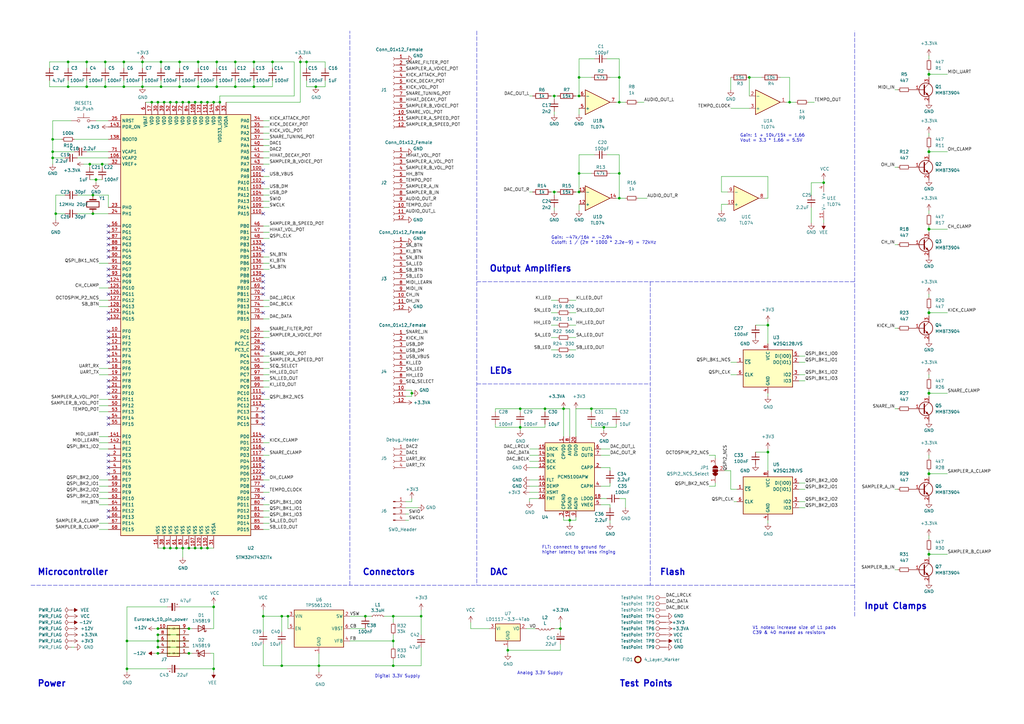
<source format=kicad_sch>
(kicad_sch (version 20211123) (generator eeschema)
  (paper "A3")
  (title_block (title "Punck v1") (rev "1") (company "Mountjoy Modular"))
  (junction (at 323.85 41.91))
  (junction (at 125.73 25.4))
  (junction (at 87.63 248.92))
  (junction (at 123.19 25.4))
  (junction (at 81.28 25.4))
  (junction (at 307.34 31.75))
  (junction (at 254 81.28))
  (junction (at 21.59 62.23))
  (junction (at 149.86 252.73))
  (junction (at 64.77 267.97))
  (junction (at 129.54 35.56))
  (junction (at 115.57 252.73))
  (junction (at 118.11 252.73))
  (junction (at 64.77 41.91))
  (junction (at 77.47 267.97))
  (junction (at 41.91 67.31))
  (junction (at 62.23 41.91))
  (junction (at 381 93.98) (diameter 1.016))
  (junction (at 52.07 262.89))
  (junction (at 66.04 35.56))
  (junction (at 64.77 260.35))
  (junction (at 104.14 25.4))
  (junction (at 69.85 224.79))
  (junction (at 27.94 25.4))
  (junction (at 27.94 35.56))
  (junction (at 237.49 71.12))
  (junction (at 96.52 25.4))
  (junction (at 64.77 262.89))
  (junction (at 38.1 80.01))
  (junction (at 208.28 266.7))
  (junction (at 161.29 262.89))
  (junction (at 242.57 167.64))
  (junction (at 130.81 273.05))
  (junction (at 74.93 224.79))
  (junction (at 82.55 41.91))
  (junction (at 85.09 224.79))
  (junction (at 80.01 41.91))
  (junction (at 50.8 35.56))
  (junction (at 87.63 274.32))
  (junction (at 237.49 78.74))
  (junction (at 104.14 35.56))
  (junction (at 74.93 41.91))
  (junction (at 81.28 35.56))
  (junction (at 254 71.12))
  (junction (at 69.85 41.91))
  (junction (at 213.36 175.26))
  (junction (at 82.55 224.79))
  (junction (at 337.82 74.93))
  (junction (at 77.47 41.91))
  (junction (at 227.33 78.74))
  (junction (at 50.8 25.4))
  (junction (at 85.09 41.91))
  (junction (at 67.31 224.79))
  (junction (at 39.37 73.66))
  (junction (at 88.9 35.56))
  (junction (at 90.17 41.91))
  (junction (at 237.49 39.37))
  (junction (at 64.77 265.43))
  (junction (at 381 30.48) (diameter 1.016))
  (junction (at 77.47 224.79))
  (junction (at 21.59 57.15))
  (junction (at 111.76 25.4))
  (junction (at 233.68 213.36))
  (junction (at 161.29 273.05))
  (junction (at 36.83 67.31))
  (junction (at 254 41.91))
  (junction (at 168.91 161.29))
  (junction (at 161.29 252.73))
  (junction (at 87.63 41.91))
  (junction (at 35.56 35.56))
  (junction (at 381 194.31) (diameter 1.016))
  (junction (at 314.96 185.42))
  (junction (at 237.49 31.75))
  (junction (at 43.18 25.4))
  (junction (at 254 31.75))
  (junction (at 107.95 252.73))
  (junction (at 58.42 35.56))
  (junction (at 58.42 25.4))
  (junction (at 72.39 224.79))
  (junction (at 66.04 25.4))
  (junction (at 43.18 35.56))
  (junction (at 35.56 25.4))
  (junction (at 67.31 41.91))
  (junction (at 223.52 167.64))
  (junction (at 21.59 64.77))
  (junction (at 22.86 87.63))
  (junction (at 231.14 167.64))
  (junction (at 72.39 41.91))
  (junction (at 381 227.33) (diameter 1.016))
  (junction (at 88.9 25.4))
  (junction (at 229.87 257.81))
  (junction (at 381 62.23) (diameter 1.016))
  (junction (at 77.47 257.81))
  (junction (at 73.66 25.4))
  (junction (at 38.1 87.63))
  (junction (at 213.36 167.64))
  (junction (at 172.72 252.73))
  (junction (at 247.65 175.26))
  (junction (at 73.66 35.56))
  (junction (at 381 161.29) (diameter 1.016))
  (junction (at 381 128.27) (diameter 1.016))
  (junction (at 64.77 257.81))
  (junction (at 115.57 273.05))
  (junction (at 52.07 274.32))
  (junction (at 96.52 35.56))
  (junction (at 227.33 39.37))
  (junction (at 314.96 133.35))
  (junction (at 80.01 224.79))
  (no_connect (at 107.95 184.15))
  (no_connect (at 44.45 146.05))
  (no_connect (at 44.45 128.27))
  (no_connect (at 44.45 120.65))
  (no_connect (at 44.45 110.49))
  (no_connect (at 107.95 113.03))
  (no_connect (at 44.45 130.81))
  (no_connect (at 44.45 171.45))
  (no_connect (at 107.95 166.37))
  (no_connect (at 107.95 161.29))
  (no_connect (at 44.45 173.99))
  (no_connect (at 44.45 186.69))
  (no_connect (at 107.95 204.47))
  (no_connect (at 107.95 199.39))
  (no_connect (at 107.95 74.93))
  (no_connect (at 107.95 87.63))
  (no_connect (at 44.45 191.77))
  (no_connect (at 107.95 118.11))
  (no_connect (at 44.45 113.03))
  (no_connect (at 44.45 156.21))
  (no_connect (at 107.95 191.77))
  (no_connect (at 44.45 194.31))
  (no_connect (at 107.95 179.07))
  (no_connect (at 44.45 138.43))
  (no_connect (at 44.45 100.33))
  (no_connect (at 44.45 209.55))
  (no_connect (at 107.95 128.27))
  (no_connect (at 107.95 140.97))
  (no_connect (at 107.95 69.85))
  (no_connect (at 107.95 173.99))
  (no_connect (at 44.45 115.57))
  (no_connect (at 44.45 148.59))
  (no_connect (at 107.95 194.31))
  (no_connect (at 107.95 102.87))
  (no_connect (at 107.95 189.23))
  (no_connect (at 44.45 105.41))
  (no_connect (at 44.45 97.79))
  (no_connect (at 44.45 102.87))
  (no_connect (at 107.95 120.65))
  (no_connect (at 44.45 189.23))
  (no_connect (at 107.95 143.51))
  (no_connect (at 44.45 158.75))
  (no_connect (at 44.45 95.25))
  (no_connect (at 107.95 115.57))
  (no_connect (at 107.95 100.33))
  (no_connect (at 44.45 140.97))
  (no_connect (at 44.45 135.89))
  (no_connect (at 44.45 161.29))
  (no_connect (at 107.95 168.91))
  (no_connect (at 107.95 171.45))
  (no_connect (at 44.45 212.09))
  (no_connect (at 44.45 92.71))
  (no_connect (at 44.45 143.51))
  (wire (pts (xy 246.38 199.39) (xy 250.19 199.39)))
  (wire (pts (xy 226.06 78.74) (xy 227.33 78.74)))
  (wire (pts (xy 64.77 257.81) (xy 77.47 257.81)))
  (wire (pts (xy 130.81 273.05) (xy 161.29 273.05)))
  (wire (pts (xy 40.64 196.85) (xy 44.45 196.85)))
  (wire (pts (xy 80.01 41.91) (xy 82.55 41.91)))
  (wire (pts (xy 226.06 143.51) (xy 228.6 143.51)))
  (wire (pts (xy 327.66 200.66) (xy 330.2 200.66)))
  (wire (pts (xy 233.68 167.64) (xy 233.68 179.07)))
  (wire (pts (xy 300.99 205.74) (xy 302.26 205.74)))
  (wire (pts (xy 381 92.71) (xy 381 93.98)))
  (wire (pts (xy 261.62 81.28) (xy 265.43 81.28)))
  (wire (pts (xy 226.06 39.37) (xy 227.33 39.37)))
  (wire (pts (xy 327.66 205.74) (xy 330.2 205.74)))
  (wire (pts (xy 34.29 67.31) (xy 36.83 67.31)))
  (wire (pts (xy 229.87 255.27) (xy 229.87 257.81)))
  (wire (pts (xy 213.36 175.26) (xy 223.52 175.26)))
  (wire (pts (xy 110.49 105.41) (xy 107.95 105.41)))
  (wire (pts (xy 27.94 27.94) (xy 27.94 25.4)))
  (wire (pts (xy 82.55 224.79) (xy 85.09 224.79)))
  (wire (pts (xy 62.23 41.91) (xy 64.77 41.91)))
  (wire (pts (xy 40.64 125.73) (xy 44.45 125.73)))
  (wire (pts (xy 77.47 224.79) (xy 80.01 224.79)))
  (wire (pts (xy 213.36 167.64) (xy 223.52 167.64)))
  (polyline (pts (xy 195.58 203.2) (xy 195.58 240.03)))
  (wire (pts (xy 217.17 196.85) (xy 220.98 196.85)))
  (wire (pts (xy 27.94 35.56) (xy 35.56 35.56)))
  (wire (pts (xy 233.68 167.64) (xy 231.14 167.64)))
  (wire (pts (xy 233.68 138.43) (xy 236.22 138.43)))
  (wire (pts (xy 203.2 167.64) (xy 213.36 167.64)))
  (wire (pts (xy 40.64 118.11) (xy 44.45 118.11)))
  (wire (pts (xy 107.95 130.81) (xy 110.49 130.81)))
  (wire (pts (xy 168.91 205.74) (xy 168.91 204.47)))
  (wire (pts (xy 143.51 252.73) (xy 149.86 252.73)))
  (wire (pts (xy 40.64 199.39) (xy 44.45 199.39)))
  (wire (pts (xy 236.22 167.64) (xy 242.57 167.64)))
  (wire (pts (xy 252.73 81.28) (xy 254 81.28)))
  (wire (pts (xy 44.45 168.91) (xy 40.64 168.91)))
  (wire (pts (xy 298.45 78.74) (xy 295.91 78.74)))
  (wire (pts (xy 50.8 27.94) (xy 50.8 25.4)))
  (wire (pts (xy 27.94 25.4) (xy 35.56 25.4)))
  (wire (pts (xy 217.17 186.69) (xy 220.98 186.69)))
  (wire (pts (xy 110.49 151.13) (xy 107.95 151.13)))
  (wire (pts (xy 86.36 267.97) (xy 87.63 267.97)))
  (wire (pts (xy 293.37 198.12) (xy 293.37 199.39)))
  (wire (pts (xy 110.49 212.09) (xy 107.95 212.09)))
  (wire (pts (xy 248.92 24.13) (xy 254 24.13)))
  (wire (pts (xy 309.88 133.35) (xy 314.96 133.35)))
  (wire (pts (xy 252.73 173.99) (xy 252.73 175.26)))
  (wire (pts (xy 327.66 148.59) (xy 330.2 148.59)))
  (wire (pts (xy 299.72 153.67) (xy 302.26 153.67)))
  (wire (pts (xy 40.64 153.67) (xy 44.45 153.67)))
  (polyline (pts (xy -64.77 125.73) (xy -8.89 125.73)))
  (wire (pts (xy 250.19 213.36) (xy 250.19 214.63)))
  (wire (pts (xy 25.4 57.15) (xy 21.59 57.15)))
  (wire (pts (xy 231.14 213.36) (xy 233.68 213.36)))
  (wire (pts (xy 41.91 67.31) (xy 44.45 67.31)))
  (wire (pts (xy 81.28 35.56) (xy 88.9 35.56)))
  (wire (pts (xy 125.73 27.94) (xy 125.73 25.4)))
  (wire (pts (xy 44.45 184.15) (xy 40.64 184.15)))
  (wire (pts (xy 111.76 27.94) (xy 111.76 25.4)))
  (wire (pts (xy 110.49 52.07) (xy 107.95 52.07)))
  (wire (pts (xy 381 22.86) (xy 381 24.13)))
  (wire (pts (xy 90.17 41.91) (xy 90.17 39.37)))
  (wire (pts (xy 107.95 125.73) (xy 110.49 125.73)))
  (wire (pts (xy 67.31 224.79) (xy 69.85 224.79)))
  (wire (pts (xy 157.48 252.73) (xy 161.29 252.73)))
  (wire (pts (xy 217.17 204.47) (xy 217.17 205.74)))
  (polyline (pts (xy 266.7 240.03) (xy 265.43 240.03)))
  (wire (pts (xy 246.38 191.77) (xy 250.19 191.77)))
  (wire (pts (xy 110.49 57.15) (xy 107.95 57.15)))
  (wire (pts (xy 229.87 264.16) (xy 229.87 266.7)))
  (wire (pts (xy 110.49 54.61) (xy 107.95 54.61)))
  (wire (pts (xy 21.59 57.15) (xy 21.59 62.23)))
  (wire (pts (xy 107.95 138.43) (xy 110.49 138.43)))
  (wire (pts (xy 44.45 217.17) (xy 40.64 217.17)))
  (wire (pts (xy 208.28 266.7) (xy 229.87 266.7)))
  (wire (pts (xy 66.04 35.56) (xy 73.66 35.56)))
  (wire (pts (xy 22.86 87.63) (xy 22.86 90.17)))
  (wire (pts (xy 381 86.36) (xy 381 87.63)))
  (wire (pts (xy 217.17 201.93) (xy 220.98 201.93)))
  (wire (pts (xy 21.59 62.23) (xy 30.48 62.23)))
  (wire (pts (xy 252.73 168.91) (xy 252.73 167.64)))
  (wire (pts (xy 290.83 199.39) (xy 293.37 199.39)))
  (wire (pts (xy 309.88 185.42) (xy 314.96 185.42)))
  (wire (pts (xy 111.76 33.02) (xy 111.76 35.56)))
  (wire (pts (xy 226.06 128.27) (xy 228.6 128.27)))
  (wire (pts (xy 30.48 57.15) (xy 44.45 57.15)))
  (wire (pts (xy 40.64 207.01) (xy 44.45 207.01)))
  (wire (pts (xy 44.45 64.77) (xy 31.75 64.77)))
  (wire (pts (xy 107.95 181.61) (xy 110.49 181.61)))
  (wire (pts (xy 133.35 35.56) (xy 133.35 33.02)))
  (polyline (pts (xy 12.7 240.03) (xy 350.52 240.03)))
  (wire (pts (xy 110.49 95.25) (xy 107.95 95.25)))
  (wire (pts (xy 243.84 63.5) (xy 237.49 63.5)))
  (wire (pts (xy 327.66 153.67) (xy 330.2 153.67)))
  (wire (pts (xy 50.8 35.56) (xy 58.42 35.56)))
  (wire (pts (xy 73.66 25.4) (xy 81.28 25.4)))
  (wire (pts (xy 314.96 72.39) (xy 314.96 81.28)))
  (wire (pts (xy 110.49 107.95) (xy 107.95 107.95)))
  (wire (pts (xy 242.57 168.91) (xy 242.57 167.64)))
  (wire (pts (xy 193.04 257.81) (xy 200.66 257.81)))
  (wire (pts (xy 88.9 25.4) (xy 96.52 25.4)))
  (wire (pts (xy 381 227.33) (xy 388.62 227.33)))
  (wire (pts (xy 110.49 72.39) (xy 107.95 72.39)))
  (wire (pts (xy 63.5 257.81) (xy 64.77 257.81)))
  (wire (pts (xy 314.96 81.28) (xy 313.69 81.28)))
  (wire (pts (xy 236.22 78.74) (xy 237.49 78.74)))
  (wire (pts (xy 110.49 80.01) (xy 107.95 80.01)))
  (wire (pts (xy 50.8 33.02) (xy 50.8 35.56)))
  (wire (pts (xy 30.48 265.43) (xy 29.21 265.43)))
  (wire (pts (xy 208.28 265.43) (xy 208.28 266.7)))
  (wire (pts (xy 237.49 71.12) (xy 237.49 78.74)))
  (wire (pts (xy 322.58 41.91) (xy 323.85 41.91)))
  (wire (pts (xy 161.29 252.73) (xy 172.72 252.73)))
  (wire (pts (xy 40.64 204.47) (xy 44.45 204.47)))
  (wire (pts (xy 107.95 252.73) (xy 115.57 252.73)))
  (wire (pts (xy 236.22 167.64) (xy 236.22 179.07)))
  (wire (pts (xy 26.67 80.01) (xy 22.86 80.01)))
  (polyline (pts (xy 143.51 240.03) (xy 143.51 12.7)))
  (wire (pts (xy 246.38 184.15) (xy 250.19 184.15)))
  (wire (pts (xy 107.95 264.16) (xy 107.95 273.05)))
  (wire (pts (xy 237.49 31.75) (xy 237.49 39.37)))
  (wire (pts (xy 58.42 33.02) (xy 58.42 35.56)))
  (wire (pts (xy 22.86 87.63) (xy 26.67 87.63)))
  (wire (pts (xy 69.85 41.91) (xy 72.39 41.91)))
  (wire (pts (xy 107.95 156.21) (xy 110.49 156.21)))
  (wire (pts (xy 118.11 252.73) (xy 115.57 252.73)))
  (wire (pts (xy 41.91 67.31) (xy 41.91 68.58)))
  (wire (pts (xy 332.74 85.09) (xy 332.74 91.44)))
  (wire (pts (xy 43.18 35.56) (xy 50.8 35.56)))
  (wire (pts (xy 86.36 257.81) (xy 87.63 257.81)))
  (wire (pts (xy 88.9 35.56) (xy 96.52 35.56)))
  (wire (pts (xy 96.52 33.02) (xy 96.52 35.56)))
  (wire (pts (xy 43.18 27.94) (xy 43.18 25.4)))
  (wire (pts (xy 293.37 186.69) (xy 293.37 187.96)))
  (wire (pts (xy 58.42 25.4) (xy 66.04 25.4)))
  (wire (pts (xy 20.32 33.02) (xy 20.32 35.56)))
  (wire (pts (xy 64.77 262.89) (xy 64.77 265.43)))
  (wire (pts (xy 104.14 35.56) (xy 111.76 35.56)))
  (wire (pts (xy 242.57 31.75) (xy 237.49 31.75)))
  (wire (pts (xy 367.03 36.83) (xy 368.3 36.83)))
  (wire (pts (xy 314.96 132.08) (xy 314.96 133.35)))
  (wire (pts (xy 226.06 138.43) (xy 228.6 138.43)))
  (wire (pts (xy 81.28 33.02) (xy 81.28 35.56)))
  (polyline (pts (xy 195.58 12.7) (xy 195.58 203.2)))
  (wire (pts (xy 87.63 274.32) (xy 87.63 275.59)))
  (wire (pts (xy 143.51 262.89) (xy 161.29 262.89)))
  (wire (pts (xy 52.07 274.32) (xy 68.58 274.32)))
  (wire (pts (xy 73.66 33.02) (xy 73.66 35.56)))
  (wire (pts (xy 314.96 184.15) (xy 314.96 185.42)))
  (wire (pts (xy 250.19 191.77) (xy 250.19 193.04)))
  (wire (pts (xy 381 161.29) (xy 381 162.56)))
  (wire (pts (xy 295.91 83.82) (xy 298.45 83.82)))
  (wire (pts (xy 104.14 27.94) (xy 104.14 25.4)))
  (wire (pts (xy 130.81 275.59) (xy 130.81 273.05)))
  (wire (pts (xy 36.83 73.66) (xy 39.37 73.66)))
  (wire (pts (xy 367.03 100.33) (xy 368.3 100.33)))
  (wire (pts (xy 31.75 80.01) (xy 38.1 80.01)))
  (wire (pts (xy 87.63 267.97) (xy 87.63 274.32)))
  (wire (pts (xy 44.45 166.37) (xy 40.64 166.37)))
  (wire (pts (xy 59.69 41.91) (xy 62.23 41.91)))
  (wire (pts (xy 217.17 199.39) (xy 220.98 199.39)))
  (wire (pts (xy 107.95 163.83) (xy 110.49 163.83)))
  (wire (pts (xy 107.95 250.19) (xy 107.95 252.73)))
  (wire (pts (xy 381 127) (xy 381 128.27)))
  (wire (pts (xy 107.95 82.55) (xy 110.49 82.55)))
  (wire (pts (xy 203.2 173.99) (xy 203.2 175.26)))
  (wire (pts (xy 172.72 252.73) (xy 172.72 250.19)))
  (wire (pts (xy 107.95 123.19) (xy 110.49 123.19)))
  (wire (pts (xy 29.21 49.53) (xy 21.59 49.53)))
  (wire (pts (xy 295.91 78.74) (xy 295.91 72.39)))
  (wire (pts (xy 107.95 196.85) (xy 110.49 196.85)))
  (wire (pts (xy 367.03 200.66) (xy 368.3 200.66)))
  (wire (pts (xy 381 60.96) (xy 381 62.23)))
  (wire (pts (xy 327.66 208.28) (xy 330.2 208.28)))
  (wire (pts (xy 87.63 247.65) (xy 87.63 248.92)))
  (wire (pts (xy 44.45 214.63) (xy 40.64 214.63)))
  (wire (pts (xy 254 31.75) (xy 254 41.91)))
  (wire (pts (xy 220.98 204.47) (xy 217.17 204.47)))
  (wire (pts (xy 381 186.69) (xy 381 187.96)))
  (wire (pts (xy 381 120.65) (xy 381 121.92)))
  (wire (pts (xy 73.66 27.94) (xy 73.66 25.4)))
  (wire (pts (xy 167.64 213.36) (xy 166.37 213.36)))
  (wire (pts (xy 125.73 25.4) (xy 123.19 25.4)))
  (wire (pts (xy 73.66 248.92) (xy 87.63 248.92)))
  (wire (pts (xy 69.85 224.79) (xy 72.39 224.79)))
  (wire (pts (xy 223.52 173.99) (xy 223.52 175.26)))
  (wire (pts (xy 290.83 186.69) (xy 293.37 186.69)))
  (wire (pts (xy 107.95 201.93) (xy 110.49 201.93)))
  (wire (pts (xy 168.91 160.02) (xy 166.37 160.02)))
  (wire (pts (xy 81.28 25.4) (xy 81.28 27.94)))
  (wire (pts (xy 168.91 162.56) (xy 168.91 161.29)))
  (wire (pts (xy 246.38 204.47) (xy 248.92 204.47)))
  (wire (pts (xy 107.95 252.73) (xy 107.95 259.08)))
  (wire (pts (xy 107.95 273.05) (xy 115.57 273.05)))
  (wire (pts (xy 110.49 97.79) (xy 107.95 97.79)))
  (wire (pts (xy 52.07 248.92) (xy 52.07 262.89)))
  (wire (pts (xy 227.33 40.64) (xy 227.33 39.37)))
  (wire (pts (xy 252.73 41.91) (xy 254 41.91)))
  (wire (pts (xy 314.96 185.42) (xy 314.96 193.04)))
  (wire (pts (xy 213.36 168.91) (xy 213.36 167.64)))
  (wire (pts (xy 297.18 193.04) (xy 299.72 193.04)))
  (wire (pts (xy 31.75 87.63) (xy 38.1 87.63)))
  (wire (pts (xy 115.57 264.16) (xy 115.57 273.05)))
  (wire (pts (xy 314.96 161.29) (xy 314.96 162.56)))
  (wire (pts (xy 381 54.61) (xy 381 55.88)))
  (wire (pts (xy 43.18 25.4) (xy 50.8 25.4)))
  (wire (pts (xy 307.34 31.75) (xy 312.42 31.75)))
  (wire (pts (xy 90.17 39.37) (xy 120.65 39.37)))
  (wire (pts (xy 52.07 275.59) (xy 52.07 274.32)))
  (wire (pts (xy 35.56 35.56) (xy 35.56 33.02)))
  (wire (pts (xy 299.72 31.75) (xy 299.72 36.83)))
  (wire (pts (xy 77.47 260.35) (xy 64.77 260.35)))
  (wire (pts (xy 66.04 35.56) (xy 66.04 33.02)))
  (wire (pts (xy 21.59 67.31) (xy 21.59 64.77)))
  (polyline (pts (xy 195.58 115.57) (xy 350.52 115.57)))
  (wire (pts (xy 223.52 167.64) (xy 231.14 167.64)))
  (wire (pts (xy 242.57 167.64) (xy 252.73 167.64)))
  (wire (pts (xy 227.33 39.37) (xy 228.6 39.37)))
  (wire (pts (xy 73.66 274.32) (xy 87.63 274.32)))
  (wire (pts (xy 125.73 35.56) (xy 129.54 35.56)))
  (wire (pts (xy 236.22 212.09) (xy 236.22 213.36)))
  (wire (pts (xy 36.83 68.58) (xy 36.83 67.31)))
  (wire (pts (xy 72.39 224.79) (xy 74.93 224.79)))
  (wire (pts (xy 299.72 148.59) (xy 302.26 148.59)))
  (wire (pts (xy 233.68 213.36) (xy 233.68 214.63)))
  (wire (pts (xy 107.95 158.75) (xy 110.49 158.75)))
  (wire (pts (xy 80.01 224.79) (xy 82.55 224.79)))
  (wire (pts (xy 314.96 133.35) (xy 314.96 140.97)))
  (wire (pts (xy 166.37 162.56) (xy 168.91 162.56)))
  (wire (pts (xy 246.38 207.01) (xy 250.19 207.01)))
  (wire (pts (xy 120.65 39.37) (xy 120.65 25.4)))
  (wire (pts (xy 115.57 273.05) (xy 130.81 273.05)))
  (wire (pts (xy 161.29 252.73) (xy 161.29 255.27)))
  (wire (pts (xy 149.86 252.73) (xy 152.4 252.73)))
  (wire (pts (xy 107.95 110.49) (xy 110.49 110.49)))
  (wire (pts (xy 44.45 179.07) (xy 40.64 179.07)))
  (wire (pts (xy 166.37 210.82) (xy 167.64 210.82)))
  (wire (pts (xy 110.49 92.71) (xy 107.95 92.71)))
  (wire (pts (xy 43.18 33.02) (xy 43.18 35.56)))
  (wire (pts (xy 381 226.06) (xy 381 227.33)))
  (wire (pts (xy 44.45 85.09) (xy 44.45 80.01)))
  (wire (pts (xy 120.65 25.4) (xy 111.76 25.4)))
  (wire (pts (xy 193.04 255.27) (xy 193.04 257.81)))
  (wire (pts (xy 21.59 64.77) (xy 21.59 62.23)))
  (wire (pts (xy 82.55 41.91) (xy 85.09 41.91)))
  (wire (pts (xy 36.83 67.31) (xy 41.91 67.31)))
  (wire (pts (xy 381 128.27) (xy 388.62 128.27)))
  (wire (pts (xy 44.45 80.01) (xy 38.1 80.01)))
  (wire (pts (xy 110.49 146.05) (xy 107.95 146.05)))
  (polyline (pts (xy 266.7 115.57) (xy 266.7 240.03)))
  (wire (pts (xy 20.32 35.56) (xy 27.94 35.56)))
  (wire (pts (xy 323.85 31.75) (xy 323.85 41.91)))
  (wire (pts (xy 104.14 33.02) (xy 104.14 35.56)))
  (wire (pts (xy 327.66 198.12) (xy 330.2 198.12)))
  (wire (pts (xy 72.39 41.91) (xy 74.93 41.91)))
  (wire (pts (xy 96.52 27.94) (xy 96.52 25.4)))
  (wire (pts (xy 242.57 71.12) (xy 237.49 71.12)))
  (wire (pts (xy 27.94 35.56) (xy 27.94 33.02)))
  (wire (pts (xy 254 41.91) (xy 256.54 41.91)))
  (wire (pts (xy 203.2 167.64) (xy 203.2 168.91)))
  (wire (pts (xy 123.19 25.4) (xy 123.19 41.91)))
  (wire (pts (xy 67.31 41.91) (xy 69.85 41.91)))
  (wire (pts (xy 217.17 78.74) (xy 218.44 78.74)))
  (wire (pts (xy 85.09 224.79) (xy 87.63 224.79)))
  (wire (pts (xy 40.64 123.19) (xy 44.45 123.19)))
  (wire (pts (xy 39.37 49.53) (xy 44.45 49.53)))
  (wire (pts (xy 231.14 167.64) (xy 231.14 179.07)))
  (wire (pts (xy 320.04 31.75) (xy 323.85 31.75)))
  (wire (pts (xy 88.9 35.56) (xy 88.9 33.02)))
  (wire (pts (xy 64.77 41.91) (xy 67.31 41.91)))
  (wire (pts (xy 64.77 260.35) (xy 64.77 262.89)))
  (wire (pts (xy 226.06 123.19) (xy 228.6 123.19)))
  (wire (pts (xy 227.33 78.74) (xy 228.6 78.74)))
  (wire (pts (xy 66.04 27.94) (xy 66.04 25.4)))
  (wire (pts (xy 215.9 257.81) (xy 219.71 257.81)))
  (wire (pts (xy 233.68 133.35) (xy 236.22 133.35)))
  (wire (pts (xy 52.07 248.92) (xy 68.58 248.92)))
  (wire (pts (xy 367.03 134.62) (xy 368.3 134.62)))
  (wire (pts (xy 250.19 198.12) (xy 250.19 199.39)))
  (wire (pts (xy 81.28 25.4) (xy 88.9 25.4)))
  (wire (pts (xy 110.49 62.23) (xy 107.95 62.23)))
  (wire (pts (xy 367.03 233.68) (xy 368.3 233.68)))
  (wire (pts (xy 295.91 83.82) (xy 295.91 86.36)))
  (wire (pts (xy 299.72 44.45) (xy 307.34 44.45)))
  (wire (pts (xy 39.37 73.66) (xy 41.91 73.66)))
  (wire (pts (xy 129.54 35.56) (xy 133.35 35.56)))
  (wire (pts (xy 35.56 25.4) (xy 43.18 25.4)))
  (wire (pts (xy 107.95 153.67) (xy 110.49 153.67)))
  (wire (pts (xy 332.74 74.93) (xy 337.82 74.93)))
  (wire (pts (xy 381 219.71) (xy 381 220.98)))
  (polyline (pts (xy -64.77 0) (xy -8.89 0)))
  (wire (pts (xy 44.45 181.61) (xy 40.64 181.61)))
  (wire (pts (xy 168.91 161.29) (xy 168.91 160.02)))
  (wire (pts (xy 242.57 175.26) (xy 247.65 175.26)))
  (wire (pts (xy 74.93 224.79) (xy 74.93 228.6)))
  (wire (pts (xy 87.63 257.81) (xy 87.63 248.92)))
  (polyline (pts (xy -64.77 0) (xy -64.77 125.73)))
  (wire (pts (xy 92.71 41.91) (xy 123.19 41.91)))
  (wire (pts (xy 22.86 80.01) (xy 22.86 87.63)))
  (wire (pts (xy 327.66 146.05) (xy 330.2 146.05)))
  (wire (pts (xy 217.17 184.15) (xy 220.98 184.15)))
  (wire (pts (xy 161.29 260.35) (xy 161.29 262.89)))
  (wire (pts (xy 381 93.98) (xy 388.62 93.98)))
  (wire (pts (xy 110.49 186.69) (xy 107.95 186.69)))
  (wire (pts (xy 381 93.98) (xy 381 95.25)))
  (wire (pts (xy 63.5 267.97) (xy 64.77 267.97)))
  (wire (pts (xy 161.29 270.51) (xy 161.29 273.05)))
  (wire (pts (xy 110.49 64.77) (xy 107.95 64.77)))
  (wire (pts (xy 110.49 209.55) (xy 107.95 209.55)))
  (wire (pts (xy 125.73 33.02) (xy 125.73 35.56)))
  (wire (pts (xy 96.52 25.4) (xy 104.14 25.4)))
  (wire (pts (xy 381 128.27) (xy 381 129.54)))
  (wire (pts (xy 40.64 201.93) (xy 44.45 201.93)))
  (wire (pts (xy 295.91 72.39) (xy 314.96 72.39)))
  (wire (pts (xy 166.37 205.74) (xy 168.91 205.74)))
  (wire (pts (xy 243.84 24.13) (xy 237.49 24.13)))
  (wire (pts (xy 250.19 207.01) (xy 250.19 208.28)))
  (wire (pts (xy 254 71.12) (xy 250.19 71.12)))
  (wire (pts (xy 73.66 35.56) (xy 81.28 35.56)))
  (wire (pts (xy 229.87 257.81) (xy 227.33 257.81)))
  (wire (pts (xy 20.32 27.94) (xy 20.32 25.4)))
  (wire (pts (xy 227.33 80.01) (xy 227.33 78.74)))
  (polyline (pts (xy -8.89 125.73) (xy -8.89 0)))
  (wire (pts (xy 96.52 35.56) (xy 104.14 35.56)))
  (wire (pts (xy 254 81.28) (xy 256.54 81.28)))
  (wire (pts (xy 40.64 151.13) (xy 44.45 151.13)))
  (wire (pts (xy 381 194.31) (xy 388.62 194.31)))
  (wire (pts (xy 248.92 63.5) (xy 254 63.5)))
  (wire (pts (xy 381 30.48) (xy 388.62 30.48)))
  (wire (pts (xy 66.04 25.4) (xy 73.66 25.4)))
  (wire (pts (xy 367.03 167.64) (xy 368.3 167.64)))
  (wire (pts (xy 107.95 67.31) (xy 110.49 67.31)))
  (wire (pts (xy 26.67 64.77) (xy 21.59 64.77)))
  (wire (pts (xy 110.49 77.47) (xy 107.95 77.47)))
  (wire (pts (xy 254 71.12) (xy 254 81.28)))
  (wire (pts (xy 381 194.31) (xy 381 195.58)))
  (wire (pts (xy 331.47 41.91) (xy 334.01 41.91)))
  (polyline (pts (xy 195.58 157.48) (xy 266.7 157.48)))
  (wire (pts (xy 74.93 224.79) (xy 77.47 224.79)))
  (wire (pts (xy 217.17 191.77) (xy 220.98 191.77)))
  (wire (pts (xy 337.82 73.66) (xy 337.82 74.93)))
  (wire (pts (xy 172.72 252.73) (xy 172.72 260.35)))
  (wire (pts (xy 217.17 189.23) (xy 220.98 189.23)))
  (wire (pts (xy 247.65 175.26) (xy 252.73 175.26)))
  (wire (pts (xy 261.62 41.91) (xy 264.16 41.91)))
  (wire (pts (xy 254 31.75) (xy 250.19 31.75)))
  (wire (pts (xy 229.87 259.08) (xy 229.87 257.81)))
  (wire (pts (xy 231.14 212.09) (xy 231.14 213.36)))
  (wire (pts (xy 236.22 39.37) (xy 237.49 39.37)))
  (wire (pts (xy 381 29.21) (xy 381 30.48)))
  (wire (pts (xy 77.47 41.91) (xy 80.01 41.91)))
  (wire (pts (xy 58.42 27.94) (xy 58.42 25.4)))
  (wire (pts (xy 236.22 213.36) (xy 233.68 213.36)))
  (wire (pts (xy 77.47 257.81) (xy 78.74 257.81)))
  (wire (pts (xy 213.36 175.26) (xy 213.36 176.53)))
  (wire (pts (xy 332.74 80.01) (xy 332.74 74.93)))
  (wire (pts (xy 39.37 74.93) (xy 39.37 73.66)))
  (wire (pts (xy 110.49 217.17) (xy 107.95 217.17)))
  (wire (pts (xy 85.09 41.91) (xy 87.63 41.91)))
  (wire (pts (xy 381 193.04) (xy 381 194.31)))
  (wire (pts (xy 381 160.02) (xy 381 161.29)))
  (wire (pts (xy 166.37 208.28) (xy 171.45 208.28)))
  (wire (pts (xy 226.06 133.35) (xy 228.6 133.35)))
  (wire (pts (xy 223.52 168.91) (xy 223.52 167.64)))
  (wire (pts (xy 213.36 173.99) (xy 213.36 175.26)))
  (wire (pts (xy 233.68 123.19) (xy 236.22 123.19)))
  (wire (pts (xy 299.72 200.66) (xy 302.26 200.66)))
  (wire (pts (xy 233.68 212.09) (xy 233.68 213.36)))
  (wire (pts (xy 44.45 163.83) (xy 40.64 163.83)))
  (wire (pts (xy 246.38 186.69) (xy 250.19 186.69)))
  (wire (pts (xy 77.47 262.89) (xy 64.77 262.89)))
  (wire (pts (xy 58.42 35.56) (xy 66.04 35.56)))
  (wire (pts (xy 125.73 25.4) (xy 133.35 25.4)))
  (wire (pts (xy 35.56 27.94) (xy 35.56 25.4)))
  (wire (pts (xy 20.32 25.4) (xy 27.94 25.4)))
  (wire (pts (xy 237.49 83.82) (xy 237.49 86.36)))
  (wire (pts (xy 237.49 44.45) (xy 237.49 46.99)))
  (wire (pts (xy 247.65 176.53) (xy 247.65 175.26)))
  (wire (pts (xy 172.72 265.43) (xy 172.72 273.05)))
  (wire (pts (xy 227.33 45.72) (xy 227.33 46.99)))
  (wire (pts (xy 381 227.33) (xy 381 228.6)))
  (wire (pts (xy 254 24.13) (xy 254 31.75)))
  (wire (pts (xy 299.72 193.04) (xy 299.72 200.66)))
  (wire (pts (xy 115.57 259.08) (xy 115.57 252.73)))
  (wire (pts (xy 87.63 41.91) (xy 90.17 41.91)))
  (wire (pts (xy 143.51 257.81) (xy 149.86 257.81)))
  (wire (pts (xy 254 63.5) (xy 254 71.12)))
  (wire (pts (xy 254 204.47) (xy 256.54 204.47)))
  (wire (pts (xy 110.49 148.59) (xy 107.95 148.59)))
  (wire (pts (xy 256.54 204.47) (xy 256.54 208.28)))
  (wire (pts (xy 133.35 27.94) (xy 133.35 25.4)))
  (wire (pts (xy 52.07 262.89) (xy 52.07 274.32)))
  (wire (pts (xy 233.68 143.51) (xy 236.22 143.51)))
  (wire (pts (xy 130.81 267.97) (xy 130.81 273.05)))
  (wire (pts (xy 35.56 35.56) (xy 43.18 35.56)))
  (wire (pts (xy 172.72 273.05) (xy 161.29 273.05)))
  (wire (pts (xy 110.49 207.01) (xy 107.95 207.01)))
  (wire (pts (xy 381 161.29) (xy 388.62 161.29)))
  (wire (pts (xy 203.2 175.26) (xy 213.36 175.26)))
  (wire (pts (xy 217.17 39.37) (xy 218.44 39.37)))
  (wire (pts (xy 307.34 31.75) (xy 307.34 39.37)))
  (wire (pts (xy 107.95 85.09) (xy 110.49 85.09)))
  (wire (pts (xy 237.49 24.13) (xy 237.49 31.75)))
  (wire (pts (xy 110.49 214.63) (xy 107.95 214.63)))
  (wire (pts (xy 227.33 85.09) (xy 227.33 86.36)))
  (wire (pts (xy 77.47 267.97) (xy 78.74 267.97)))
  (wire (pts (xy 111.76 25.4) (xy 104.14 25.4)))
  (wire (pts (xy 110.49 135.89) (xy 107.95 135.89)))
  (wire (pts (xy 64.77 224.79) (xy 67.31 224.79)))
  (wire (pts (xy 337.82 90.17) (xy 337.82 91.44)))
  (wire (pts (xy 50.8 25.4) (xy 58.42 25.4)))
  (wire (pts (xy 327.66 156.21) (xy 330.2 156.21)))
  (wire (pts (xy 381 62.23) (xy 388.62 62.23)))
  (wire (pts (xy 242.57 173.99) (xy 242.57 175.26)))
  (wire (pts (xy 381 62.23) (xy 381 63.5)))
  (wire (pts (xy 64.77 267.97) (xy 77.47 267.97)))
  (wire (pts (xy 161.29 262.89) (xy 161.29 265.43)))
  (wire (pts (xy 233.68 128.27) (xy 236.22 128.27)))
  (wire (pts (xy 110.49 59.69) (xy 107.95 59.69)))
  (wire (pts (xy 381 153.67) (xy 381 154.94)))
  (wire (pts (xy 381 30.48) (xy 381 31.75)))
  (wire (pts (xy 52.07 262.89) (xy 64.77 262.89)))
  (wire (pts (xy 118.11 257.81) (xy 118.11 252.73)))
  (wire (pts (xy 74.93 41.91) (xy 77.47 41.91)))
  (wire (pts (xy 237.49 63.5) (xy 237.49 71.12)))
  (polyline (pts (xy 350.52 252.73) (xy 350.52 12.7)))
  (wire (pts (xy 44.45 62.23) (xy 35.56 62.23)))
  (wire (pts (xy 21.59 49.53) (xy 21.59 57.15)))
  (wire (pts (xy 314.96 213.36) (xy 314.96 214.63)))
  (wire (pts (xy 77.47 265.43) (xy 64.77 265.43)))
  (wire (pts (xy 323.85 41.91) (xy 326.39 41.91)))
  (wire (pts (xy 110.49 49.53) (xy 107.95 49.53)))
  (wire (pts (xy 40.64 107.95) (xy 44.45 107.95)))
  (wire (pts (xy 367.03 68.58) (xy 368.3 68.58)))
  (wire (pts (xy 208.28 266.7) (xy 208.28 267.97)))
  (wire (pts (xy 38.1 87.63) (xy 44.45 87.63)))
  (wire (pts (xy 88.9 27.94) (xy 88.9 25.4)))
  (text "Digital 3.3V Supply" (at 153.67 278.13 0) (effects (font (size 1.27 1.27)) (justify left bottom)))
  (text "Gain: 1 + 10k/15k = 1.66\nVout = 3.3 * 1.66 = 5.5V" (at 303.53 58.42 0) (effects (font (size 1.27 1.27)) (justify left bottom)))
  (text "ADC Pins\n--------\nPA0 ADC1_INP16       \nPA1 ADC1_INP17       \nPA2 ADC12_INP14      \nPA3 ADC12_INP15      \n[PA4 ADC12_INP18 DAC]\n[PA5 ADC12_INP19 DAC]\nPA6 ADC12_INP3       \nPA7 ADC12_INP7       \n                     \nPB0 ADC12_INP9       \nPB1 ADC12_INP5       \n                     \nPC0 ADC123_INP10     \nPC1 ADC123_INP11     \nPC2 ADC123_INP12     \n[PC3_C ADC3_INP1]    \nPC4 ADC12_INP4       \nPC5 ADC12_INP8       \n                     \nPF11 ADC1_INP2       \nPF12 ADC1_INP6       \nPF13 ADC2_INP2       \nPF14 ADC2_INP6       " (at -55.88 85.09 0) (effects (font (size 2 2)) (justify left bottom)))
  (text "Gain: -47k/16k = -2.94\nCutoff: 1 / (2π * 1000 * 2.2e-9) = 72kHz" (at 226.06 100.33 0) (effects (font (size 1.27 1.27)) (justify left bottom)))
  (text "Microcontroller" (at 15.24 236.22 0) (effects (font (size 2.54 2.54) (thickness 0.508) bold) (justify left bottom)))
  (text "Connectors" (at 148.59 236.22 0) (effects (font (size 2.54 2.54) (thickness 0.508) bold) (justify left bottom)))
  (text "Analog 3.3V Supply" (at 212.09 276.86 0) (effects (font (size 1.27 1.27)) (justify left bottom)))
  (text "LED Pins\n--------\nPC6-9: TIM3/TIM8\nPD12-15: TIM4\nPB4-5: TIM3\nPB6-7: TIM4" (at -55.88 115.57 0) (effects (font (size 2 2)) (justify left bottom)))
  (text "LEDs" (at 200.66 153.67 0) (effects (font (size 2.54 2.54) (thickness 0.508) bold) (justify left bottom)))
  (text "V1 notes: increase size of L1 pads\nC39 & 40 marked as resistors" (at 308.61 260.35 0) (effects (font (size 1.27 1.27)) (justify left bottom)))
  (text "Power" (at 15.24 281.94 0) (effects (font (size 2.54 2.54) (thickness 0.508) bold) (justify left bottom)))
  (text "Flash" (at 270.51 236.22 0) (effects (font (size 2.54 2.54) (thickness 0.508) bold) (justify left bottom)))
  (text "DAC" (at 200.66 236.22 0) (effects (font (size 2.54 2.54) (thickness 0.508) bold) (justify left bottom)))
  (text "Output Amplifiers" (at 200.66 111.76 0) (effects (font (size 2.54 2.54) (thickness 0.508) bold) (justify left bottom)))
  (text "FLT: connect to ground for \nhigher latency but less ringing" (at 222.25 227.33 0) (effects (font (size 1.27 1.27)) (justify left bottom)))
  (text "Test Points" (at 254 281.94 0) (effects (font (size 2.54 2.54) (thickness 0.508) bold) (justify left bottom)))
  (text "Input Clamps" (at 354.33 250.19 0) (effects (font (size 2.54 2.54) (thickness 0.508) bold) (justify left bottom)))
  (label "QSPI_CLK" (at 300.99 205.74 180))
  (label "SNARE_CLAMP" (at 388.62 161.29 0))
  (label "DAC_OUT_R" (at 250.19 186.69 0))
  (label "QSPI2_NCS" (at 298.45 193.04 90))
  (label "KICK_CLAMP" (at 110.49 181.61 0))
  (label "QSPI_CLK" (at 299.72 153.67 180))
  (label "SNARE_FILTER_POT" (at 166.37 26.67 0))
  (label "SN_LED_OUT" (at 110.49 156.21 0))
  (label "QSPI_BK2_NCS" (at 290.83 199.39 180))
  (label "SN_BTN" (at 166.37 106.68 0))
  (label "USB_DM" (at 110.49 77.47 0))
  (label "KICK_ATTACK_POT" (at 110.49 49.53 0))
  (label "SN_LED" (at 226.06 128.27 180))
  (label "HIHAT_DECAY_POT" (at 110.49 64.77 0))
  (label "DAC_DATA" (at 273.05 247.65 0))
  (label "MIDI_IN" (at 367.03 36.83 180))
  (label "SAMPLER_A_CLAMP" (at 40.64 214.63 180))
  (label "TEMPO_OUT" (at 334.01 41.91 0))
  (label "HH_LED" (at 166.37 154.94 0))
  (label "HH_LED_OUT" (at 236.22 133.35 0))
  (label "SAMPLER_B_CLAMP" (at 388.62 227.33 0))
  (label "HIHAT_DECAY_POT" (at 166.37 41.91 0))
  (label "HIHAT_VOL_POT" (at 166.37 64.77 0))
  (label "QSPI_BK2_IO3" (at 330.2 208.28 0))
  (label "DAC1" (at 166.37 186.69 0))
  (label "SAMPLER_B_SPEED_POT" (at 166.37 52.07 0))
  (label "AUDIO_OUT_R" (at 166.37 82.55 0))
  (label "DAC_DATA" (at 110.49 130.81 0))
  (label "DAC_OUT_R" (at 217.17 78.74 180))
  (label "SAMPLER_A_SPEED_POT" (at 110.49 148.59 0))
  (label "DAC_LRCLK" (at 273.05 245.11 0))
  (label "MIDI_IN" (at 166.37 119.38 0))
  (label "SAMPLER_B_SPEED_POT" (at 110.49 92.71 0))
  (label "SNARE_IN" (at 367.03 167.64 180))
  (label "QSPI_BK1_IO3" (at 110.49 212.09 0))
  (label "MIDI_UART" (at 388.62 30.48 0))
  (label "SN_LED_OUT" (at 236.22 128.27 0))
  (label "SB_BTN" (at 166.37 111.76 0))
  (label "KICK_DECAY_POT" (at 166.37 34.29 0))
  (label "AUDIO_OUT_L" (at 166.37 87.63 0))
  (label "SA_LED_OUT" (at 236.22 138.43 0))
  (label "DAC_BCLK" (at 273.05 250.19 0))
  (label "QSPI_BK2_IO3" (at 40.64 204.47 180))
  (label "QSPI_BK2_IO0" (at 330.2 198.12 0))
  (label "SAMPLER_A_VOICE_POT" (at 110.49 138.43 0))
  (label "DAC_BCLK" (at 110.49 125.73 0))
  (label "AUDIO_OUT_R" (at 265.43 81.28 0))
  (label "USB_DP" (at 166.37 142.24 0))
  (label "QSPI_BK2_IO1" (at 330.2 200.66 0))
  (label "DAC2" (at 166.37 184.15 0))
  (label "SAMPLER_A_VOL_POT" (at 40.64 163.83 180))
  (label "QSPI_BK1_IO0" (at 330.2 146.05 0))
  (label "FB" (at 143.51 262.89 0))
  (label "DAC_OUT_L" (at 217.17 39.37 180))
  (label "UART_TX" (at 40.64 153.67 180))
  (label "MIDI_UART" (at 40.64 179.07 180))
  (label "DAC2" (at 110.49 62.23 0))
  (label "UART_RX" (at 40.64 151.13 180))
  (label "VSW" (at 143.51 252.73 0))
  (label "SNARE_CLAMP" (at 110.49 186.69 0))
  (label "DAC1" (at 110.49 59.69 0))
  (label "SAMPLER_A_CLAMP" (at 388.62 194.31 0))
  (label "SA_BTN" (at 110.49 110.49 0))
  (label "SB_LED" (at 166.37 114.3 0))
  (label "TEMPO_OUT" (at 166.37 85.09 0))
  (label "USB_DM" (at 166.37 144.78 0))
  (label "SEQ_SELECT" (at 110.49 151.13 0))
  (label "SNARE_TUNING_POT" (at 110.49 57.15 0))
  (label "SNARE_VOL_POT" (at 110.49 146.05 0))
  (label "QSPI_CLK" (at 110.49 97.79 0))
  (label "KICK_VOL_POT" (at 166.37 36.83 0))
  (label "SAMPLER_B_CLAMP" (at 40.64 217.17 180))
  (label "QSPI_BK1_IO2" (at 330.2 153.67 0))
  (label "TEMPO_POT" (at 40.64 168.91 180))
  (label "VO" (at 217.17 257.81 0))
  (label "SWCLK" (at 110.49 85.09 0))
  (label "USB_DP" (at 110.49 80.01 0))
  (label "SEQ_SELECT" (at 166.37 157.48 0))
  (label "CH_IN" (at 166.37 121.92 0))
  (label "OCTOSPIM_P2_NCS" (at 40.64 123.19 180))
  (label "SAMPLER_B_VOICE_POT" (at 166.37 44.45 0))
  (label "KICK_VOL_POT" (at 110.49 54.61 0))
  (label "HH_BTN" (at 166.37 72.39 0))
  (label "KI_LED" (at 226.06 123.19 180))
  (label "MIDI_LEARN" (at 40.64 181.61 180))
  (label "UART_TX" (at 166.37 191.77 0))
  (label "SAMPLER_B_VOICE_POT" (at 110.49 67.31 0))
  (label "KI_BTN" (at 110.49 107.95 0))
  (label "SNARE_VOL_POT" (at 166.37 46.99 0))
  (label "QSPI_BK1_NCS" (at 40.64 107.95 180))
  (label "KI_LED_OUT" (at 110.49 158.75 0))
  (label "DAC_OUT_L" (at 250.19 184.15 0))
  (label "OCTOSPIM_P2_NCS" (at 290.83 186.69 180))
  (label "KICK_CLAMP" (at 388.62 128.27 0))
  (label "QSPI_BK1_IO3" (at 330.2 156.21 0))
  (label "SWIO" (at 167.64 210.82 0))
  (label "QSPI_BK1_NCS" (at 299.72 148.59 180))
  (label "SA_LED" (at 226.06 138.43 180))
  (label "SB_LED_OUT" (at 236.22 143.51 0))
  (label "KI_LED" (at 166.37 149.86 0))
  (label "SAMPLER_B_IN" (at 166.37 80.01 0))
  (label "USB_VBUS" (at 166.37 147.32 0))
  (label "KICK_ATTACK_POT" (at 166.37 31.75 0))
  (label "UART_RX" (at 166.37 189.23 0))
  (label "SNARE_TUNING_POT" (at 166.37 39.37 0))
  (label "HIHAT_VOL_POT" (at 110.49 95.25 0))
  (label "HH_LED" (at 226.06 133.35 180))
  (label "DAC_LRCLK" (at 110.49 123.19 0))
  (label "SWCLK" (at 167.64 213.36 0))
  (label "SA_LED" (at 166.37 109.22 0))
  (label "QSPI_BK1_IO0" (at 110.49 207.01 0))
  (label "QSPI_BK2_IO2" (at 330.2 205.74 0))
  (label "SAMPLER_B_VOL_POT" (at 40.64 166.37 180))
  (label "SA_BTN" (at 166.37 101.6 0))
  (label "QSPI_BK2_IO1" (at 40.64 199.39 180))
  (label "SA_LED_OUT" (at 110.49 214.63 0))
  (label "SNARE_IN" (at 166.37 137.16 0))
  (label "CH_IN" (at 367.03 100.33 180))
  (label "OH_CLAMP" (at 110.49 196.85 0))
  (label "DAC_LRCLK" (at 217.17 184.15 180))
  (label "MIDI_LEARN" (at 166.37 116.84 0))
  (label "SAMPLER_A_VOICE_POT" (at 166.37 29.21 0))
  (label "CH_CLAMP" (at 388.62 93.98 0))
  (label "KICK_IN" (at 166.37 139.7 0))
  (label "DAC_BCLK" (at 217.17 189.23 180))
  (label "SWIO" (at 110.49 82.55 0))
  (label "HH_BTN" (at 40.64 207.01 180))
  (label "OH_IN" (at 367.03 68.58 180))
  (label "SAMPLER_A_SPEED_POT" (at 166.37 49.53 0))
  (label "KICK_IN" (at 367.03 134.62 180))
  (label "SAMPLER_A_IN" (at 367.03 200.66 180))
  (label "SAMPLER_B_VOL_POT" (at 166.37 69.85 0))
  (label "HH_LED_OUT" (at 110.49 153.67 0))
  (label "TEMPO_POT" (at 166.37 74.93 0))
  (label "KICK_DECAY_POT" (at 110.49 52.07 0))
  (label "OH_CLAMP" (at 388.62 62.23 0))
  (label "SNARE_FILTER_POT" (at 110.49 135.89 0))
  (label "QSPI_BK2_IO0" (at 40.64 196.85 180))
  (label "QSPI_BK2_NCS" (at 110.49 163.83 0))
  (label "OH_IN" (at 166.37 124.46 0))
  (label "CB" (at 143.51 257.81 0))
  (label "KI_BTN" (at 166.37 104.14 0))
  (label "AUDIO_OUT_L" (at 264.16 41.91 0))
  (label "QSPI_BK1_IO2" (at 40.64 184.15 180))
  (label "SB_LED" (at 226.06 143.51 180))
  (label "KI_LED_OUT" (at 236.22 123.19 0))
  (label "TEMPO_CLOCK" (at 299.72 44.45 180))
  (label "SB_LED_OUT" (at 110.49 217.17 0))
  (label "SN_LED" (at 166.37 152.4 0))
  (label "CH_CLAMP" (at 40.64 118.11 180))
  (label "USB_VBUS" (at 110.49 72.39 0))
  (label "QSPI_BK1_IO1" (at 110.49 209.55 0))
  (label "QSPI_BK1_IO1" (at 330.2 148.59 0))
  (label "SAMPLER_A_VOL_POT" (at 166.37 67.31 0))
  (label "SAMPLER_B_IN" (at 367.03 233.68 180))
  (label "DAC_DATA" (at 217.17 186.69 180))
  (label "SN_BTN" (at 110.49 105.41 0))
  (label "TEMPO_CLOCK" (at 110.49 201.93 0))
  (label "SB_BTN" (at 40.64 125.73 180))
  (label "QSPI_BK2_IO2" (at 40.64 201.93 180))
  (label "SAMPLER_A_IN" (at 166.37 77.47 0))
  (symbol (lib_id "Connector:Conn_01x04_Male") (at 161.29 208.28 0) (unit 1)
    (property "Reference" "J6" (at 157.48 209.55 0))
    (property "Value" "SWD_Header" (at 165.1 217.17 0))
    (property "Footprint" "Custom_Footprints:SWD_header" (effects hide))
  )
  (symbol (lib_id "power:+3.3V") (at 168.91 204.47 0) (unit 1)
    (property "Reference" "#PWR047" (effects hide))
    (property "Value" "+3.3V" (at 166.37 200.66 0) (effects (justify left)))
  )
  (symbol (lib_id "power:GND") (at 171.45 208.28 90) (unit 1)
    (property "Reference" "#PWR048" (effects hide))
    (property "Value" "GND" (at 174.7012 208.153 90) (effects (justify right)))
  )
  (symbol (lib_id "Diode:1N5819") (at 82.55 257.81 180) (unit 1)
    (property "Reference" "D1" (at 82.55 252.3236 0))
    (property "Value" "1N5819" (at 82.55 254.635 0))
    (property "Footprint" "Diode_SMD:D_SOD-123" (effects hide))
    (property "Datasheet" "https://datasheet.lcsc.com/szlcsc/Changjiang-Electronics-Tech-CJ-B5819W_C8598.pdf" (effects hide))
    (property "Part_Number" "C8598" (effects hide))
  )
  (symbol (lib_id "Diode:1N5819") (at 82.55 267.97 0) (unit 1)
    (property "Reference" "D2" (at 82.55 262.4836 0))
    (property "Value" "1N5819" (at 82.55 264.795 0))
    (property "Footprint" "Diode_SMD:D_SOD-123" (effects hide))
    (property "Datasheet" "https://datasheet.lcsc.com/szlcsc/Changjiang-Electronics-Tech-CJ-B5819W_C8598.pdf" (effects hide))
    (property "Part_Number" "C8598" (effects hide))
  )
  (symbol (lib_id "Device:C_Polarized_Small") (at 71.12 248.92 270) (unit 1)
    (property "Reference" "C37" (at 67.31 246.38 90))
    (property "Value" "47uF" (at 76.2 246.38 90))
    (property "Footprint" "Capacitor_SMD:CP_Elec_5x5.8" (effects hide))
    (property "Part_Number" "C134798" (effects hide))
    (property "Rotation" "360" (effects hide))
  )
  (symbol (lib_id "Device:C_Polarized_Small") (at 71.12 274.32 90) (unit 1)
    (property "Reference" "C43" (at 67.31 276.86 90))
    (property "Value" "22uF" (at 74.93 276.86 90))
    (property "Footprint" "Capacitor_SMD:CP_Elec_4x5.8" (effects hide))
    (property "Part_Number" "C134793" (effects hide))
    (property "Rotation" "270" (effects hide))
  )
  (symbol (lib_id "power:VEE") (at 87.63 275.59 180) (unit 1)
    (property "Reference" "#PWR082" (effects hide))
    (property "Value" "VEE" (at 87.1728 279.9842 0))
  )
  (symbol (lib_id "power:VCC") (at 87.63 247.65 0) (unit 1)
    (property "Reference" "#PWR061" (effects hide))
    (property "Value" "VCC" (at 88.0618 243.2558 0))
  )
  (symbol (lib_id "power:-12V") (at 63.5 267.97 90) (unit 1)
    (property "Reference" "#PWR079" (effects hide))
    (property "Value" "-12V" (at 57.15 267.97 90))
  )
  (symbol (lib_id "power:+12V") (at 63.5 257.81 90) (unit 1)
    (property "Reference" "#PWR071" (effects hide))
    (property "Value" "+12V" (at 60.2488 257.429 90) (effects (justify left)))
  )
  (symbol (lib_id "power:GND") (at 52.07 275.59 0) (unit 1)
    (property "Reference" "#PWR081" (effects hide))
    (property "Value" "GND" (at 52.197 279.9842 0))
  )
  (symbol (lib_id "power:PWR_FLAG") (at 29.21 260.35 90) (unit 1)
    (property "Reference" "#FLG05" (effects hide))
    (property "Value" "PWR_FLAG" (at 25.4 260.3499 90) (effects (justify left)))
  )
  (symbol (lib_id "power:+3.3VA") (at 29.21 260.35 270) (unit 1)
    (property "Reference" "#PWR073" (effects hide))
    (property "Value" "+3.3VA" (at 33.02 260.3499 90) (effects (justify left)))
  )
  (symbol (lib_id "power:VEE") (at 29.21 250.19 270) (unit 1)
    (property "Reference" "#PWR062" (effects hide))
    (property "Value" "VEE" (at 33.02 250.1899 90) (effects (justify left)))
  )
  (symbol (lib_id "power:PWR_FLAG") (at 29.21 250.19 90) (unit 1)
    (property "Reference" "#FLG01" (effects hide))
    (property "Value" "PWR_FLAG" (at 25.4 250.1899 90) (effects (justify left)))
  )
  (symbol (lib_id "power:PWR_FLAG") (at 29.21 252.73 90) (unit 1)
    (property "Reference" "#FLG02" (effects hide))
    (property "Value" "PWR_FLAG" (at 25.4 252.7299 90) (effects (justify left)))
  )
  (symbol (lib_id "power:VCC") (at 29.21 252.73 270) (unit 1)
    (property "Reference" "#PWR065" (effects hide))
    (property "Value" "VCC" (at 33.02 252.7299 90) (effects (justify left)))
  )
  (symbol (lib_id "power:+12V") (at 29.21 257.81 270) (unit 1)
    (property "Reference" "#PWR070" (effects hide))
    (property "Value" "+12V" (at 33.02 257.8099 90) (effects (justify left)))
  )
  (symbol (lib_id "power:PWR_FLAG") (at 29.21 257.81 90) (unit 1)
    (property "Reference" "#FLG04" (effects hide))
    (property "Value" "PWR_FLAG" (at 25.4 257.8099 90) (effects (justify left)))
  )
  (symbol (lib_id "power:-12V") (at 29.21 255.27 270) (unit 1)
    (property "Reference" "#PWR066" (effects hide))
    (property "Value" "-12V" (at 32.385 255.2699 90) (effects (justify left)))
  )
  (symbol (lib_id "power:PWR_FLAG") (at 29.21 255.27 90) (unit 1)
    (property "Reference" "#FLG03" (effects hide))
    (property "Value" "PWR_FLAG" (at 25.4 255.2699 90) (effects (justify left)))
  )
  (symbol (lib_id "power:+3.3VA") (at 231.14 167.64 0) (unit 1)
    (property "Reference" "#PWR038" (effects hide))
    (property "Value" "+3.3VA" (at 224.79 162.56 0) (effects (justify left)))
  )
  (symbol (lib_id "power:+3.3V") (at 236.22 167.64 0) (unit 1)
    (property "Reference" "#PWR039" (effects hide))
    (property "Value" "+3.3V" (at 237.49 162.56 0))
  )
  (symbol (lib_id "Device:L") (at 223.52 257.81 270) (unit 1)
    (property "Reference" "L2" (at 223.52 253.2888 90))
    (property "Value" "L" (at 223.52 255.6002 90))
    (property "Footprint" "Inductor_SMD:L_0805_2012Metric" (effects hide))
    (property "Part_Number" "C1046" (effects hide))
  )
  (symbol (lib_id "power:+3.3VA") (at 229.87 255.27 0) (unit 1)
    (property "Reference" "#PWR068" (effects hide))
    (property "Value" "+3.3VA" (at 229.87 250.19 0))
  )
  (symbol (lib_id "Device:C_Small") (at 250.19 195.58 0) (unit 1)
    (property "Reference" "C34" (at 253.111 194.4116 0) (effects (justify left)))
    (property "Value" "2.2uF" (at 253.111 196.723 0) (effects (justify left)))
    (property "Footprint" "Capacitor_SMD:C_0603_1608Metric_Pad1.08x0.95mm_HandSolder" (effects hide))
    (property "Part_Number" "C23630" (effects hide))
  )
  (symbol (lib_id "Device:C_Small") (at 250.19 210.82 0) (unit 1)
    (property "Reference" "C36" (at 243.84 210.82 0) (effects (justify left)))
    (property "Value" "2.2uF" (at 243.84 213.36 0) (effects (justify left)))
    (property "Footprint" "Capacitor_SMD:C_0603_1608Metric_Pad1.08x0.95mm_HandSolder" (effects hide))
    (property "Part_Number" "C23630" (effects hide))
  )
  (symbol (lib_id "power:GND") (at 250.19 214.63 0) (unit 1)
    (property "Reference" "#PWR056" (effects hide))
    (property "Value" "GND" (at 250.317 219.0242 0))
  )
  (symbol (lib_id "power:GND") (at 233.68 214.63 0) (unit 1)
    (property "Reference" "#PWR055" (effects hide))
    (property "Value" "GND" (at 233.807 219.0242 0))
  )
  (symbol (lib_id "power:+3.3V") (at 217.17 201.93 90) (unit 1)
    (property "Reference" "#PWR051" (effects hide))
    (property "Value" "+3.3V" (at 210.82 201.93 90))
  )
  (symbol (lib_id "power:GND") (at 217.17 205.74 0) (unit 1)
    (property "Reference" "#PWR052" (effects hide))
    (property "Value" "GND" (at 217.297 210.1342 0))
  )
  (symbol (lib_id "power:GND") (at 217.17 199.39 270) (unit 1)
    (property "Reference" "#PWR050" (effects hide))
    (property "Value" "GND" (at 212.09 199.39 90))
  )
  (symbol (lib_id "power:GND") (at 217.17 191.77 270) (unit 1)
    (property "Reference" "#PWR046" (effects hide))
    (property "Value" "GND" (at 212.09 191.77 90))
  )
  (symbol (lib_id "Device:C_Small") (at 251.46 204.47 270) (unit 1)
    (property "Reference" "C35" (at 255.27 199.39 90))
    (property "Value" "100nF" (at 255.27 201.93 90))
    (property "Footprint" "Capacitor_SMD:C_0603_1608Metric_Pad1.08x0.95mm_HandSolder" (effects hide))
    (property "Part_Number" "C14663" (effects hide))
  )
  (symbol (lib_id "power:GND") (at 256.54 208.28 0) (unit 1)
    (property "Reference" "#PWR054" (effects hide))
    (property "Value" "GND" (at 256.667 212.6742 0))
  )
  (symbol (lib_id "PCM5100APW:PCM5100APW") (at 233.68 194.31 0) (unit 1)
    (property "Reference" "U4" (at 223.52 212.09 0))
    (property "Value" "PCM5100APW" (at 234.95 195.58 0))
    (property "Footprint" "Custom_Footprints:SSOP-20_4.4x6.5mm_Pitch0.65mm_Round_Pads" (effects hide))
    (property "Datasheet" "http://www.ti.com/lit/ds/symlink/pcm5100.pdf" (effects hide))
    (property "Part_Number" "C131154" (effects hide))
    (property "Rotation" "180" (effects hide))
  )
  (symbol (lib_id "Device:C_Small") (at 223.52 171.45 0) (unit 1)
    (property "Reference" "C30" (at 224.79 168.91 0) (effects (justify left)))
    (property "Value" "10uF" (at 224.79 173.99 0) (effects (justify left)))
    (property "Footprint" "Capacitor_SMD:C_0805_2012Metric" (effects hide))
    (property "Part_Number" "C15850 " (effects hide))
  )
  (symbol (lib_id "power:GND") (at 213.36 176.53 0) (unit 1)
    (property "Reference" "#PWR041" (effects hide))
    (property "Value" "GND" (at 213.487 180.9242 0))
  )
  (symbol (lib_id "Device:C_Small") (at 213.36 171.45 0) (unit 1)
    (property "Reference" "C29" (at 214.63 168.91 0) (effects (justify left)))
    (property "Value" "100nF" (at 214.63 173.99 0) (effects (justify left)))
    (property "Footprint" "Capacitor_SMD:C_0603_1608Metric_Pad1.08x0.95mm_HandSolder" (effects hide))
    (property "Part_Number" "C14663" (effects hide))
  )
  (symbol (lib_id "Device:C_Small") (at 252.73 171.45 0) (unit 1)
    (property "Reference" "C32" (at 254 168.91 0) (effects (justify left)))
    (property "Value" "10uF" (at 254 173.99 0) (effects (justify left)))
    (property "Footprint" "Capacitor_SMD:C_0805_2012Metric" (effects hide))
    (property "Part_Number" "C15850 " (effects hide))
  )
  (symbol (lib_id "power:GND") (at 247.65 176.53 0) (unit 1)
    (property "Reference" "#PWR042" (effects hide))
    (property "Value" "GND" (at 247.777 180.9242 0))
  )
  (symbol (lib_id "Device:C_Small") (at 242.57 171.45 0) (unit 1)
    (property "Reference" "C31" (at 243.84 168.91 0) (effects (justify left)))
    (property "Value" "100nF" (at 243.84 173.99 0) (effects (justify left)))
    (property "Footprint" "Capacitor_SMD:C_0603_1608Metric_Pad1.08x0.95mm_HandSolder" (effects hide))
    (property "Part_Number" "C14663" (effects hide))
  )
  (symbol (lib_id "Device:C_Small") (at 203.2 171.45 0) (unit 1)
    (property "Reference" "C28" (at 204.47 168.91 0) (effects (justify left)))
    (property "Value" "100nF" (at 204.47 173.99 0) (effects (justify left)))
    (property "Footprint" "Capacitor_SMD:C_0603_1608Metric_Pad1.08x0.95mm_HandSolder" (effects hide))
    (property "Part_Number" "C14663" (effects hide))
  )
  (symbol (lib_id "power:GND") (at 22.86 90.17 0) (unit 1)
    (property "Reference" "#PWR023" (effects hide))
    (property "Value" "GND" (at 22.86 95.25 0))
  )
  (symbol (lib_id "power:GND") (at 74.93 228.6 0) (unit 1)
    (property "Reference" "#PWR059" (effects hide))
    (property "Value" "GND" (at 75.057 232.9942 0))
  )
  (symbol (lib_id "power:GND") (at 58.42 35.56 0) (unit 1)
    (property "Reference" "#PWR05" (effects hide))
    (property "Value" "GND" (at 58.547 39.9542 0))
  )
  (symbol (lib_id "Device:C_Small") (at 33.02 62.23 270) (unit 1)
    (property "Reference" "C18" (at 30.48 60.96 90))
    (property "Value" "2.2uF" (at 36.83 60.96 90))
    (property "Footprint" "Capacitor_SMD:C_0603_1608Metric_Pad1.08x0.95mm_HandSolder" (effects hide))
    (property "Part_Number" "C23630" (effects hide))
  )
  (symbol (lib_id "power:GND") (at 21.59 67.31 0) (unit 1)
    (property "Reference" "#PWR014" (effects hide))
    (property "Value" "GND" (at 21.59 71.12 0))
  )
  (symbol (lib_id "Device:C_Small") (at 29.21 64.77 270) (unit 1)
    (property "Reference" "C19" (at 26.67 63.5 90))
    (property "Value" "2.2uF" (at 25.4 66.04 90))
    (property "Footprint" "Capacitor_SMD:C_0603_1608Metric_Pad1.08x0.95mm_HandSolder" (effects hide))
    (property "Part_Number" "C23630" (effects hide))
  )
  (symbol (lib_id "power:+3.3VA") (at 34.29 67.31 90) (unit 1)
    (property "Reference" "#PWR015" (effects hide))
    (property "Value" "+3.3VA" (at 33.02 69.85 90) (effects (justify left)))
  )
  (symbol (lib_id "Device:Crystal") (at 38.1 83.82 90) (unit 1)
    (property "Reference" "Y1" (at 40.64 81.28 90) (effects (justify right)))
    (property "Value" "12MHz 20pF" (at 24.13 83.82 90) (effects (justify right)))
    (property "Footprint" "Crystal:Crystal_SMD_5032-2Pin_5.0x3.2mm" (effects hide))
    (property "Part_Number" "C115962" (effects hide))
  )
  (symbol (lib_id "Device:C_Small") (at 29.21 80.01 270) (unit 1)
    (property "Reference" "C23" (at 26.67 78.74 90))
    (property "Value" "30pF" (at 33.02 78.74 90))
    (property "Footprint" "Capacitor_SMD:C_0603_1608Metric_Pad1.08x0.95mm_HandSolder" (effects hide))
    (property "Part_Number" "C22397" (effects hide))
  )
  (symbol (lib_id "Device:C_Small") (at 29.21 87.63 270) (unit 1)
    (property "Reference" "C26" (at 26.67 88.9 90))
    (property "Value" "30pF" (at 33.02 88.9 90))
    (property "Footprint" "Capacitor_SMD:C_0603_1608Metric_Pad1.08x0.95mm_HandSolder" (effects hide))
    (property "Part_Number" "C22397" (effects hide))
  )
  (symbol (lib_id "Device:C_Small") (at 35.56 30.48 180) (unit 1)
    (property "Reference" "C4" (at 38.1 27.94 0))
    (property "Value" "100nF" (at 39.37 33.02 0))
    (property "Footprint" "Capacitor_SMD:C_0603_1608Metric_Pad1.08x0.95mm_HandSolder" (effects hide))
    (property "Part_Number" "C14663" (effects hide))
  )
  (symbol (lib_id "Device:C_Small") (at 43.18 30.48 180) (unit 1)
    (property "Reference" "C5" (at 45.72 27.94 0))
    (property "Value" "100nF" (at 46.99 33.02 0))
    (property "Footprint" "Capacitor_SMD:C_0603_1608Metric_Pad1.08x0.95mm_HandSolder" (effects hide))
    (property "Part_Number" "C14663" (effects hide))
  )
  (symbol (lib_id "Device:C_Small") (at 50.8 30.48 180) (unit 1)
    (property "Reference" "C6" (at 53.34 27.94 0))
    (property "Value" "100nF" (at 54.61 33.02 0))
    (property "Footprint" "Capacitor_SMD:C_0603_1608Metric_Pad1.08x0.95mm_HandSolder" (effects hide))
    (property "Part_Number" "C14663" (effects hide))
  )
  (symbol (lib_id "Device:C_Small") (at 58.42 30.48 180) (unit 1)
    (property "Reference" "C7" (at 60.96 27.94 0))
    (property "Value" "100nF" (at 62.23 33.02 0))
    (property "Footprint" "Capacitor_SMD:C_0603_1608Metric_Pad1.08x0.95mm_HandSolder" (effects hide))
    (property "Part_Number" "C14663" (effects hide))
  )
  (symbol (lib_id "Device:C_Small") (at 66.04 30.48 180) (unit 1)
    (property "Reference" "C8" (at 68.58 27.94 0))
    (property "Value" "100nF" (at 69.85 33.02 0))
    (property "Footprint" "Capacitor_SMD:C_0603_1608Metric_Pad1.08x0.95mm_HandSolder" (effects hide))
    (property "Part_Number" "C14663" (effects hide))
  )
  (symbol (lib_id "power:+3.3VA") (at 123.19 25.4 0) (unit 1)
    (property "Reference" "#PWR04" (effects hide))
    (property "Value" "+3.3VA" (at 120.65 21.59 0) (effects (justify left)))
  )
  (symbol (lib_id "Device:C_Small") (at 73.66 30.48 180) (unit 1)
    (property "Reference" "C9" (at 76.2 27.94 0))
    (property "Value" "100nF" (at 77.47 33.02 0))
    (property "Footprint" "Capacitor_SMD:C_0603_1608Metric_Pad1.08x0.95mm_HandSolder" (effects hide))
    (property "Part_Number" "C14663" (effects hide))
  )
  (symbol (lib_id "power:GND") (at 129.54 35.56 0) (unit 1)
    (property "Reference" "#PWR06" (effects hide))
    (property "Value" "GND" (at 129.667 39.9542 0))
  )
  (symbol (lib_id "Device:C_Polarized_Small") (at 229.87 261.62 0) (unit 1)
    (property "Reference" "C41" (at 226.06 261.62 0))
    (property "Value" "22uF" (at 226.06 264.16 0))
    (property "Footprint" "Capacitor_SMD:CP_Elec_4x5.8" (effects hide))
    (property "Part_Number" "C134793" (effects hide))
    (property "Rotation" "180" (effects hide))
  )
  (symbol (lib_id "Device:C_Small") (at 88.9 30.48 180) (unit 1)
    (property "Reference" "C11" (at 91.44 27.94 0))
    (property "Value" "100nF" (at 92.71 33.02 0))
    (property "Footprint" "Capacitor_SMD:C_0603_1608Metric_Pad1.08x0.95mm_HandSolder" (effects hide))
    (property "Part_Number" "C14663" (effects hide))
  )
  (symbol (lib_id "Device:C_Small") (at 96.52 30.48 180) (unit 1)
    (property "Reference" "C12" (at 99.06 27.94 0))
    (property "Value" "100nF" (at 100.33 33.02 0))
    (property "Footprint" "Capacitor_SMD:C_0603_1608Metric_Pad1.08x0.95mm_HandSolder" (effects hide))
    (property "Part_Number" "C14663" (effects hide))
  )
  (symbol (lib_id "Device:C_Small") (at 104.14 30.48 180) (unit 1)
    (property "Reference" "C13" (at 106.68 27.94 0))
    (property "Value" "100nF" (at 107.95 33.02 0))
    (property "Footprint" "Capacitor_SMD:C_0603_1608Metric_Pad1.08x0.95mm_HandSolder" (effects hide))
    (property "Part_Number" "C14663" (effects hide))
  )
  (symbol (lib_id "Device:C_Small") (at 125.73 30.48 180) (unit 1)
    (property "Reference" "C15" (at 128.27 27.94 0))
    (property "Value" "100nF" (at 129.54 33.02 0))
    (property "Footprint" "Capacitor_SMD:C_0603_1608Metric_Pad1.08x0.95mm_HandSolder" (effects hide))
    (property "Part_Number" "C14663" (effects hide))
  )
  (symbol (lib_id "Device:C_Small") (at 27.94 30.48 180) (unit 1)
    (property "Reference" "C3" (at 30.48 27.94 0))
    (property "Value" "100nF" (at 31.75 33.02 0))
    (property "Footprint" "Capacitor_SMD:C_0603_1608Metric_Pad1.08x0.95mm_HandSolder" (effects hide))
    (property "Part_Number" "C14663" (effects hide))
  )
  (symbol (lib_id "Device:C_Small") (at 81.28 30.48 180) (unit 1)
    (property "Reference" "C10" (at 83.82 27.94 0))
    (property "Value" "100nF" (at 85.09 33.02 0))
    (property "Footprint" "Capacitor_SMD:C_0603_1608Metric_Pad1.08x0.95mm_HandSolder" (effects hide))
    (property "Part_Number" "C14663" (effects hide))
  )
  (symbol (lib_id "Eurorack_Header:Eurorack_10_pin_power") (at 72.39 262.89 180) (unit 1)
    (property "Reference" "J7" (at 67.31 270.51 0))
    (property "Value" "Eurorack_10_pin_power" (at 66.04 254 0))
    (property "Footprint" "Custom_Footprints:Eurorack_10_pin_header" (effects hide))
  )
  (symbol (lib_id "Device:C_Small") (at 111.76 30.48 180) (unit 1)
    (property "Reference" "C14" (at 114.3 27.94 0))
    (property "Value" "100nF" (at 115.57 33.02 0))
    (property "Footprint" "Capacitor_SMD:C_0603_1608Metric_Pad1.08x0.95mm_HandSolder" (effects hide))
    (property "Part_Number" "C14663" (effects hide))
  )
  (symbol (lib_id "power:+3.3V") (at 44.45 52.07 90) (unit 1)
    (property "Reference" "#PWR011" (effects hide))
    (property "Value" "+3.3V" (at 38.1 52.07 90))
  )
  (symbol (lib_id "Connector:TestPoint") (at 273.05 252.73 90) (unit 1)
    (property "Reference" "TP4" (at 266.7 252.73 90))
    (property "Value" "TestPoint" (at 259.08 252.73 90))
    (property "Footprint" "Custom_Footprints:1.3mm_Test_Point" (effects hide))
  )
  (symbol (lib_id "power:GND") (at 273.05 252.73 90) (unit 1)
    (property "Reference" "#PWR069" (effects hide))
    (property "Value" "GND" (at 276.3012 252.603 90) (effects (justify right)))
  )
  (symbol (lib_id "Connector:TestPoint") (at 273.05 255.27 90) (unit 1)
    (property "Reference" "TP5" (at 266.7 255.27 90))
    (property "Value" "TestPoint" (at 259.08 255.27 90))
    (property "Footprint" "Custom_Footprints:1.3mm_Test_Point" (effects hide))
  )
  (symbol (lib_id "power:+3.3V") (at 273.05 255.27 270) (unit 1)
    (property "Reference" "#PWR072" (effects hide))
    (property "Value" "+3.3V" (at 275.59 255.27 90) (effects (justify left)))
  )
  (symbol (lib_id "Connector:TestPoint") (at 273.05 257.81 90) (unit 1)
    (property "Reference" "TP6" (at 266.7 257.81 90))
    (property "Value" "TestPoint" (at 259.08 257.81 90))
    (property "Footprint" "Custom_Footprints:1.3mm_Test_Point" (effects hide))
  )
  (symbol (lib_id "power:+3.3VA") (at 273.05 257.81 270) (unit 1)
    (property "Reference" "#PWR074" (effects hide))
    (property "Value" "+3.3VA" (at 275.59 257.81 90) (effects (justify left)))
  )
  (symbol (lib_id "Connector:TestPoint") (at 273.05 260.35 90) (unit 1)
    (property "Reference" "TP7" (at 266.7 260.35 90))
    (property "Value" "TestPoint" (at 259.08 260.35 90))
    (property "Footprint" "Custom_Footprints:1.3mm_Test_Point" (effects hide))
  )
  (symbol (lib_id "Connector:TestPoint") (at 273.05 262.89 90) (unit 1)
    (property "Reference" "TP8" (at 266.7 262.89 90))
    (property "Value" "TestPoint" (at 259.08 262.89 90))
    (property "Footprint" "Custom_Footprints:1.3mm_Test_Point" (effects hide))
  )
  (symbol (lib_id "power:VEE") (at 273.05 262.89 270) (unit 1)
    (property "Reference" "#PWR078" (effects hide))
    (property "Value" "VEE" (at 278.13 262.89 90))
  )
  (symbol (lib_id "power:VCC") (at 273.05 260.35 270) (unit 1)
    (property "Reference" "#PWR076" (effects hide))
    (property "Value" "VCC" (at 278.13 260.35 90))
  )
  (symbol (lib_id "Connector:TestPoint") (at 273.05 250.19 90) (unit 1)
    (property "Reference" "TP3" (at 266.7 250.19 90))
    (property "Value" "TestPoint" (at 259.08 250.19 90))
    (property "Footprint" "Custom_Footprints:1.3mm_Test_Point" (effects hide))
  )
  (symbol (lib_id "MCU_ST_STM32H7:STM32H743ZITx") (at 77.47 133.35 0) (unit 1)
    (property "Reference" "U2" (at 102.87 224.79 0))
    (property "Value" "STM32H743ZITx" (at 104.14 228.6 0))
    (property "Footprint" "Package_QFP:LQFP-144_20x20mm_P0.5mm" (effects hide))
    (property "Datasheet" "http://www.st.com/st-web-ui/static/active/en/resource/technical/document/datasheet/DM00387108.pdf" (effects hide))
    (property "Part_Number" "C114408" (effects hide))
    (property "Rotation" "180" (effects hide))
  )
  (symbol (lib_id "power:GND") (at 208.28 267.97 0) (unit 1)
    (property "Reference" "#PWR080" (effects hide))
    (property "Value" "GND" (at 208.407 272.3642 0))
  )
  (symbol (lib_id "power:PWR_FLAG") (at 29.21 265.43 90) (unit 1)
    (property "Reference" "#FLG07" (effects hide))
    (property "Value" "PWR_FLAG" (at 25.4 265.4299 90) (effects (justify left)))
  )
  (symbol (lib_id "Device:C_Small") (at 332.74 82.55 0) (unit 1)
    (property "Reference" "C25" (at 328.93 80.01 0) (effects (justify left)))
    (property "Value" "2.2uF" (at 326.39 85.09 0) (effects (justify left)))
    (property "Footprint" "Capacitor_SMD:C_0603_1608Metric_Pad1.08x0.95mm_HandSolder" (effects hide))
    (property "Part_Number" "C23630" (effects hide))
  )
  (symbol (lib_id "Device:C_Small") (at 227.33 43.18 0) (unit 1)
    (property "Reference" "C17" (at 222.25 43.18 0) (effects (justify left)))
    (property "Value" "2n2" (at 222.25 45.72 0) (effects (justify left)))
    (property "Footprint" "Capacitor_SMD:C_0603_1608Metric_Pad1.08x0.95mm_HandSolder" (effects hide))
    (property "Part_Number" "C1588" (effects hide))
  )
  (symbol (lib_id "power:GND") (at 217.17 196.85 270) (unit 1)
    (property "Reference" "#PWR049" (effects hide))
    (property "Value" "GND" (at 212.09 196.85 90))
  )
  (symbol (lib_id "Device:C_Small") (at 246.38 24.13 270) (unit 1)
    (property "Reference" "C1" (at 245.11 19.05 90) (effects (justify left)))
    (property "Value" "100pF" (at 243.84 21.59 90) (effects (justify left)))
    (property "Footprint" "Capacitor_SMD:C_0603_1608Metric_Pad1.08x0.95mm_HandSolder" (effects hide))
    (property "Part_Number" "C14858" (effects hide))
  )
  (symbol (lib_id "LD1117-3.3-4Tab:LD1117-3.3-4Tab") (at 208.28 257.81 0) (unit 1)
    (property "Reference" "U7" (at 208.28 251.6632 0))
    (property "Value" "LD1117-3.3-4Tab" (at 208.28 253.9746 0))
    (property "Footprint" "Package_TO_SOT_SMD:SOT-223-3_TabPin2" (effects hide))
    (property "Datasheet" "http://www.diodes.com/datasheets/AP1117.pdf" (effects hide))
  )
  (symbol (lib_id "power:GND") (at 332.74 91.44 0) (unit 1)
    (property "Reference" "#PWR025" (effects hide))
    (property "Value" "GND" (at 332.74 95.25 0))
  )
  (symbol (lib_id "power:GND") (at 237.49 86.36 0) (unit 1)
    (property "Reference" "#PWR021" (effects hide))
    (property "Value" "GND" (at 237.49 90.17 0))
  )
  (symbol (lib_id "power:GND") (at 227.33 86.36 0) (unit 1)
    (property "Reference" "#PWR020" (effects hide))
    (property "Value" "GND" (at 227.33 90.17 0))
  )
  (symbol (lib_id "power:GND") (at 227.33 46.99 0) (unit 1)
    (property "Reference" "#PWR09" (effects hide))
    (property "Value" "GND" (at 227.33 50.8 0))
  )
  (symbol (lib_id "power:GND") (at 237.49 46.99 0) (unit 1)
    (property "Reference" "#PWR010" (effects hide))
    (property "Value" "GND" (at 237.49 50.8 0))
  )
  (symbol (lib_id "power:VCC") (at 337.82 73.66 0) (unit 1)
    (property "Reference" "#PWR018" (effects hide))
    (property "Value" "VCC" (at 338.2518 69.2658 0))
  )
  (symbol (lib_id "power:VEE") (at 337.82 91.44 180) (unit 1)
    (property "Reference" "#PWR026" (effects hide))
    (property "Value" "VEE" (at 337.82 95.25 0))
  )
  (symbol (lib_id "Device:R") (at 246.38 31.75 270) (unit 1)
    (property "Reference" "R2" (at 246.38 29.21 90))
    (property "Value" "47k" (at 246.38 31.75 90))
    (property "Footprint" "Resistor_SMD:R_0603_1608Metric_Pad0.98x0.95mm_HandSolder" (effects hide))
    (property "Part_Number" "C25819" (effects hide))
  )
  (symbol (lib_id "Device:R") (at 232.41 39.37 270) (unit 1)
    (property "Reference" "R7" (at 232.41 36.83 90))
    (property "Value" "15k" (at 232.41 39.37 90))
    (property "Footprint" "Resistor_SMD:R_0603_1608Metric_Pad0.98x0.95mm_HandSolder" (effects hide))
    (property "Part_Number" "C25804" (effects hide))
  )
  (symbol (lib_id "Device:R") (at 222.25 39.37 270) (unit 1)
    (property "Reference" "R6" (at 222.25 36.83 90))
    (property "Value" "1k" (at 222.25 39.37 90))
    (property "Footprint" "Resistor_SMD:R_0603_1608Metric_Pad0.98x0.95mm_HandSolder" (effects hide))
    (property "Part_Number" "C4190" (effects hide))
  )
  (symbol (lib_id "Device:C_Small") (at 227.33 82.55 0) (unit 1)
    (property "Reference" "C24" (at 222.25 82.55 0) (effects (justify left)))
    (property "Value" "2n2" (at 222.25 85.09 0) (effects (justify left)))
    (property "Footprint" "Capacitor_SMD:C_0603_1608Metric_Pad1.08x0.95mm_HandSolder" (effects hide))
    (property "Part_Number" "C1588" (effects hide))
  )
  (symbol (lib_id "Device:C_Small") (at 246.38 63.5 270) (unit 1)
    (property "Reference" "C20" (at 245.11 58.42 90) (effects (justify left)))
    (property "Value" "100pF" (at 243.84 60.96 90) (effects (justify left)))
    (property "Footprint" "Capacitor_SMD:C_0603_1608Metric_Pad1.08x0.95mm_HandSolder" (effects hide))
    (property "Part_Number" "C14858" (effects hide))
  )
  (symbol (lib_id "Device:R") (at 246.38 71.12 270) (unit 1)
    (property "Reference" "R13" (at 246.38 68.58 90))
    (property "Value" "47k" (at 246.38 71.12 90))
    (property "Footprint" "Resistor_SMD:R_0603_1608Metric_Pad0.98x0.95mm_HandSolder" (effects hide))
    (property "Part_Number" "C25819" (effects hide))
  )
  (symbol (lib_id "Device:R") (at 232.41 78.74 270) (unit 1)
    (property "Reference" "R15" (at 232.41 76.2 90))
    (property "Value" "15k" (at 232.41 78.74 90))
    (property "Footprint" "Resistor_SMD:R_0603_1608Metric_Pad0.98x0.95mm_HandSolder" (effects hide))
    (property "Part_Number" "C25804" (effects hide))
  )
  (symbol (lib_id "Device:R") (at 222.25 78.74 270) (unit 1)
    (property "Reference" "R14" (at 222.25 76.2 90))
    (property "Value" "1k" (at 222.25 78.74 90))
    (property "Footprint" "Resistor_SMD:R_0603_1608Metric_Pad0.98x0.95mm_HandSolder" (effects hide))
    (property "Part_Number" "C4190" (effects hide))
  )
  (symbol (lib_id "Connector:TestPoint") (at 273.05 245.11 90) (unit 1)
    (property "Reference" "TP1" (at 266.7 245.11 90))
    (property "Value" "TestPoint" (at 259.08 245.11 90))
    (property "Footprint" "Custom_Footprints:1.3mm_Test_Point" (effects hide))
  )
  (symbol (lib_id "Connector:TestPoint") (at 273.05 247.65 90) (unit 1)
    (property "Reference" "TP2" (at 266.7 247.65 90))
    (property "Value" "TestPoint" (at 259.08 247.65 90))
    (property "Footprint" "Custom_Footprints:1.3mm_Test_Point" (effects hide))
  )
  (symbol (lib_id "power:+3.3VA") (at 381 186.69 0) (unit 1)
    (property "Reference" "#PWR044" (effects hide))
    (property "Value" "+3.3VA" (at 381 181.61 0))
  )
  (symbol (lib_id "power:GND") (at 166.37 24.13 90) (unit 1)
    (property "Reference" "#PWR02" (effects hide))
    (property "Value" "GND" (at 171.45 22.86 90))
  )
  (symbol (lib_id "Device:C_Small") (at 36.83 71.12 180) (unit 1)
    (property "Reference" "C21" (at 39.37 68.58 0))
    (property "Value" "1uF" (at 34.29 73.66 0))
    (property "Footprint" "Capacitor_SMD:C_0603_1608Metric_Pad1.08x0.95mm_HandSolder" (effects hide))
    (property "Part_Number" "C14663" (effects hide))
  )
  (symbol (lib_id "power:+3.3VA") (at 166.37 165.1 270) (unit 1)
    (property "Reference" "#PWR037" (effects hide))
    (property "Value" "+3.3VA" (at 169.545 165.0999 90) (effects (justify left)))
  )
  (symbol (lib_id "power:GND") (at 30.48 265.43 90) (unit 1)
    (property "Reference" "#PWR077" (effects hide))
    (property "Value" "GND" (at 34.29 265.4299 90) (effects (justify right)))
  )
  (symbol (lib_id "Device:C_Small") (at 107.95 261.62 0) (unit 1)
    (property "Reference" "C39" (at 105.41 259.08 0))
    (property "Value" "10uF" (at 105.41 264.16 0))
    (property "Footprint" "Capacitor_SMD:C_0805_2012Metric" (effects hide))
    (property "Part_Number" "C57112" (effects hide))
  )
  (symbol (lib_id "power:+3.3V") (at 172.72 250.19 0) (unit 1)
    (property "Reference" "#PWR063" (effects hide))
    (property "Value" "+3.3V" (at 172.72 245.11 0))
  )
  (symbol (lib_id "power:GND") (at 381 73.66 0) (unit 1)
    (property "Reference" "#PWR016" (effects hide))
    (property "Value" "GND" (at 381 77.47 0))
  )
  (symbol (lib_id "Device:R_Small") (at 27.94 57.15 90) (unit 1)
    (property "Reference" "R10" (at 27.94 59.69 90))
    (property "Value" "100k" (at 27.94 54.61 90))
    (property "Footprint" "Resistor_SMD:R_0603_1608Metric" (effects hide))
    (property "Part_Number" "C25803" (effects hide))
  )
  (symbol (lib_id "Device:R_Small") (at 259.08 81.28 90) (mirror x) (unit 1)
    (property "Reference" "R16" (at 259.08 74.93 90))
    (property "Value" "1k" (at 259.08 77.47 90))
    (property "Footprint" "Resistor_SMD:R_0603_1608Metric_Pad0.98x0.95mm_HandSolder" (effects hide))
  )
  (symbol (lib_id "Switch:SW_Push") (at 34.29 49.53 0) (mirror y) (unit 1)
    (property "Reference" "RESET1" (at 34.29 42.291 0))
    (property "Value" "SW_Push" (at 34.29 44.6024 0))
    (property "Footprint" "Custom_Footprints:SW_SPST_EVQQ2" (effects hide))
  )
  (symbol (lib_id "Device:R_Small") (at 370.84 167.64 90) (unit 1)
    (property "Reference" "R27" (at 370.84 161.29 90))
    (property "Value" "4k7" (at 370.84 163.83 90))
    (property "Footprint" "Resistor_SMD:R_0603_1608Metric_Pad0.98x0.95mm_HandSolder" (effects hide))
    (property "Part_Number" "C23162" (effects hide))
  )
  (symbol (lib_id "Device:L_Small") (at 154.94 252.73 90) (unit 1)
    (property "Reference" "L1" (at 154.94 248.031 90))
    (property "Value" "3.3uH" (at 154.94 250.3424 90))
    (property "Footprint" "Custom_Footprints:L_0806" (effects hide))
    (property "Datasheet" "https://www.mouser.com/datasheet/2/400/nductor_automotive_power_clf7045-d_en-1280129.pdf" (effects hide))
    (property "Part_Number" "C326343" (effects hide))
  )
  (symbol (lib_id "Device:R") (at 303.53 31.75 270) (mirror x) (unit 1)
    (property "Reference" "R3" (at 303.53 34.29 90))
    (property "Value" "15k" (at 303.53 31.75 90))
    (property "Footprint" "Resistor_SMD:R_0603_1608Metric_Pad0.98x0.95mm_HandSolder" (effects hide))
    (property "Part_Number" "C25804" (effects hide))
  )
  (symbol (lib_id "power:GND") (at 381 105.41 0) (unit 1)
    (property "Reference" "#PWR028" (effects hide))
    (property "Value" "GND" (at 381 109.22 0))
  )
  (symbol (lib_id "power:GND") (at 273.05 265.43 90) (unit 1)
    (property "Reference" "#PWR01" (effects hide))
    (property "Value" "GND" (at 276.3012 265.303 90) (effects (justify right)))
  )
  (symbol (lib_id "Device:C_Small") (at 41.91 71.12 180) (unit 1)
    (property "Reference" "C22" (at 44.45 68.58 0))
    (property "Value" "100nF" (at 45.72 73.66 0))
    (property "Footprint" "Capacitor_SMD:C_0603_1608Metric_Pad1.08x0.95mm_HandSolder" (effects hide))
    (property "Part_Number" "C14663" (effects hide))
  )
  (symbol (lib_id "power:+3.3VA") (at 381 219.71 0) (unit 1)
    (property "Reference" "#PWR058" (effects hide))
    (property "Value" "+3.3VA" (at 381 214.63 0))
  )
  (symbol (lib_id "power:GND") (at 314.96 162.56 0) (unit 1)
    (property "Reference" "#PWR036" (effects hide))
    (property "Value" "GND" (at 315.087 166.9542 0))
  )
  (symbol (lib_id "Connector:Conn_01x04_Female") (at 161.29 186.69 0) (mirror y) (unit 1)
    (property "Reference" "J5" (at 157.48 187.96 0))
    (property "Value" "Debug_Header" (at 165.1 180.34 0))
    (property "Footprint" "Connector_PinHeader_2.54mm:PinHeader_1x04_P2.54mm_Vertical" (effects hide))
  )
  (symbol (lib_id "Transistor_BJT:MMBT3904") (at 378.46 68.58 0) (unit 1)
    (property "Reference" "Q2" (at 383.54 67.3099 0) (effects (justify left)))
    (property "Value" "MMBT3904" (at 383.54 69.8499 0) (effects (justify left)))
    (property "Footprint" "Package_TO_SOT_SMD:SOT-23" (effects hide))
    (property "Datasheet" "https://www.onsemi.com/pub/Collateral/2N3903-D.PDF" (effects hide))
    (property "Part_Number" "C20526" (effects hide))
  )
  (symbol (lib_id "power:PWR_FLAG") (at 29.21 262.89 90) (unit 1)
    (property "Reference" "#FLG06" (effects hide))
    (property "Value" "PWR_FLAG" (at 25.4 262.8899 90) (effects (justify left)))
  )
  (symbol (lib_id "Device:C_Small") (at 309.88 187.96 0) (unit 1)
    (property "Reference" "C33" (at 300.99 186.69 0) (effects (justify left)))
    (property "Value" "100nF" (at 300.99 189.23 0) (effects (justify left)))
    (property "Footprint" "Capacitor_SMD:C_0603_1608Metric_Pad1.08x0.95mm_HandSolder" (effects hide))
    (property "Part_Number" "C14663" (effects hide))
  )
  (symbol (lib_id "power:GND") (at 309.88 138.43 0) (unit 1)
    (property "Reference" "#PWR033" (effects hide))
    (property "Value" "GND" (at 303.53 140.97 0) (effects (justify left)))
  )
  (symbol (lib_id "Device:R_Small") (at 381 124.46 180) (unit 1)
    (property "Reference" "R20" (at 383.54 123.1899 0) (effects (justify right)))
    (property "Value" "4k7" (at 383.54 125.7299 0) (effects (justify right)))
    (property "Footprint" "Resistor_SMD:R_0603_1608Metric_Pad0.98x0.95mm_HandSolder" (effects hide))
    (property "Part_Number" "C23162" (effects hide))
  )
  (symbol (lib_id "Transistor_BJT:MMBT3904") (at 378.46 167.64 0) (unit 1)
    (property "Reference" "Q5" (at 383.54 166.3699 0) (effects (justify left)))
    (property "Value" "MMBT3904" (at 383.54 168.9099 0) (effects (justify left)))
    (property "Footprint" "Package_TO_SOT_SMD:SOT-23" (effects hide))
    (property "Datasheet" "https://www.onsemi.com/pub/Collateral/2N3903-D.PDF" (effects hide))
    (property "Part_Number" "C20526" (effects hide))
  )
  (symbol (lib_id "Amplifier_Operational:TL074") (at 314.96 41.91 0) (mirror x) (unit 1)
    (property "Reference" "U1" (at 314.96 49.53 0))
    (property "Value" "TL074" (at 314.96 52.07 0))
    (property "Footprint" "Package_SO:SOIC-14_3.9x8.7mm_P1.27mm" (effects hide))
    (property "Datasheet" "http://www.ti.com/lit/ds/symlink/tl071.pdf" (effects hide))
  )
  (symbol (lib_id "power:+3.3V") (at 58.42 25.4 0) (unit 1)
    (property "Reference" "#PWR03" (effects hide))
    (property "Value" "+3.3V" (at 58.42 21.59 0))
  )
  (symbol (lib_id "Device:R_Small") (at 381 157.48 180) (unit 1)
    (property "Reference" "R26" (at 383.54 158.7501 0) (effects (justify right)))
    (property "Value" "4k7" (at 383.54 156.2101 0) (effects (justify right)))
    (property "Footprint" "Resistor_SMD:R_0603_1608Metric_Pad0.98x0.95mm_HandSolder" (effects hide))
    (property "Part_Number" "C23162" (effects hide))
  )
  (symbol (lib_id "power:GND") (at 295.91 86.36 0) (unit 1)
    (property "Reference" "#PWR022" (effects hide))
    (property "Value" "GND" (at 295.91 90.17 0))
  )
  (symbol (lib_id "Device:R_Small") (at 370.84 134.62 90) (unit 1)
    (property "Reference" "R23" (at 370.84 128.27 90))
    (property "Value" "4k7" (at 370.84 130.81 90))
    (property "Footprint" "Resistor_SMD:R_0603_1608Metric_Pad0.98x0.95mm_HandSolder" (effects hide))
    (property "Part_Number" "C23162" (effects hide))
  )
  (symbol (lib_id "power:GND") (at 381 205.74 0) (unit 1)
    (property "Reference" "#PWR053" (effects hide))
    (property "Value" "GND" (at 381 209.55 0))
  )
  (symbol (lib_id "Device:C_Small") (at 115.57 261.62 0) (unit 1)
    (property "Reference" "C40" (at 113.03 259.08 0))
    (property "Value" "10uF" (at 113.03 264.16 0))
    (property "Footprint" "Capacitor_SMD:C_0805_2012Metric" (effects hide))
    (property "Part_Number" "C57112" (effects hide))
  )
  (symbol (lib_id "Transistor_BJT:MMBT3904") (at 378.46 200.66 0) (unit 1)
    (property "Reference" "Q6" (at 383.54 199.3899 0) (effects (justify left)))
    (property "Value" "MMBT3904" (at 383.54 201.9299 0) (effects (justify left)))
    (property "Footprint" "Package_TO_SOT_SMD:SOT-23" (effects hide))
    (property "Datasheet" "https://www.onsemi.com/pub/Collateral/2N3903-D.PDF" (effects hide))
    (property "Part_Number" "C20526" (effects hide))
  )
  (symbol (lib_id "Device:R_Small") (at 370.84 200.66 90) (unit 1)
    (property "Reference" "R29" (at 370.84 194.31 90))
    (property "Value" "4k7" (at 370.84 196.85 90))
    (property "Footprint" "Resistor_SMD:R_0603_1608Metric_Pad0.98x0.95mm_HandSolder" (effects hide))
    (property "Part_Number" "C23162" (effects hide))
  )
  (symbol (lib_id "Device:R_Small") (at 328.93 41.91 90) (unit 1)
    (property "Reference" "R9" (at 328.93 48.26 90))
    (property "Value" "1k" (at 328.93 45.72 90))
    (property "Footprint" "Resistor_SMD:R_0603_1608Metric_Pad0.98x0.95mm_HandSolder" (effects hide))
  )
  (symbol (lib_id "Device:R_Small") (at 370.84 100.33 90) (unit 1)
    (property "Reference" "R18" (at 370.84 93.98 90))
    (property "Value" "4k7" (at 370.84 96.52 90))
    (property "Footprint" "Resistor_SMD:R_0603_1608Metric_Pad0.98x0.95mm_HandSolder" (effects hide))
    (property "Part_Number" "C23162" (effects hide))
  )
  (symbol (lib_id "Jumper:SolderJumper_3_Bridged12") (at 293.37 193.04 90) (unit 1)
    (property "Reference" "JP1" (at 290.83 191.7699 90) (effects (justify left)))
    (property "Value" "QSPI2_NCS_Select" (at 290.83 194.3099 90) (effects (justify left)))
    (property "Footprint" "Jumper:SolderJumper-3_P1.3mm_Bridged12_RoundedPad1.0x1.5mm" (effects hide))
  )
  (symbol (lib_id "power:GND") (at 314.96 214.63 0) (unit 1)
    (property "Reference" "#PWR057" (effects hide))
    (property "Value" "GND" (at 315.087 219.0242 0))
  )
  (symbol (lib_id "power:+3.3VA") (at 381 86.36 0) (unit 1)
    (property "Reference" "#PWR0101" (effects hide))
    (property "Value" "+3.3VA" (at 381 81.28 0))
  )
  (symbol (lib_id "Amplifier_Operational:TL074") (at 245.11 41.91 0) (mirror x) (unit 2)
    (property "Reference" "U1" (at 245.11 49.53 0))
    (property "Value" "TL074" (at 245.11 52.07 0))
    (property "Footprint" "Package_SO:SOIC-14_3.9x8.7mm_P1.27mm" (effects hide))
    (property "Datasheet" "http://www.ti.com/lit/ds/symlink/tl071.pdf" (effects hide))
  )
  (symbol (lib_id "Device:R_Small") (at 381 58.42 180) (unit 1)
    (property "Reference" "R11" (at 383.54 59.6901 0) (effects (justify right)))
    (property "Value" "4k7" (at 383.54 57.1501 0) (effects (justify right)))
    (property "Footprint" "Resistor_SMD:R_0603_1608Metric_Pad0.98x0.95mm_HandSolder" (effects hide))
    (property "Part_Number" "C23162" (effects hide))
  )
  (symbol (lib_id "Device:R_Small") (at 381 223.52 180) (unit 1)
    (property "Reference" "R30" (at 383.54 224.7901 0) (effects (justify right)))
    (property "Value" "4k7" (at 383.54 222.2501 0) (effects (justify right)))
    (property "Footprint" "Resistor_SMD:R_0603_1608Metric_Pad0.98x0.95mm_HandSolder" (effects hide))
    (property "Part_Number" "C23162" (effects hide))
  )
  (symbol (lib_id "Transistor_BJT:MMBT3904") (at 378.46 134.62 0) (unit 1)
    (property "Reference" "Q4" (at 383.54 133.3499 0) (effects (justify left)))
    (property "Value" "MMBT3904" (at 383.54 135.8899 0) (effects (justify left)))
    (property "Footprint" "Package_TO_SOT_SMD:SOT-23" (effects hide))
    (property "Datasheet" "https://www.onsemi.com/pub/Collateral/2N3903-D.PDF" (effects hide))
    (property "Part_Number" "C20526" (effects hide))
  )
  (symbol (lib_id "Connector:Conn_01x12_Female") (at 161.29 149.86 0) (mirror y) (unit 1)
    (property "Reference" "J4" (at 157.48 152.4 0))
    (property "Value" "Conn_01x12_Female" (at 165.1 133.35 0))
    (property "Footprint" "Connector_PinHeader_2.54mm:PinHeader_1x12_P2.54mm_Vertical" (effects hide))
  )
  (symbol (lib_id "power:+3.3VA") (at 381 22.86 0) (unit 1)
    (property "Reference" "#PWR0103" (effects hide))
    (property "Value" "+3.3VA" (at 381 17.78 0))
  )
  (symbol (lib_id "Device:R_Small") (at 259.08 41.91 90) (mirror x) (unit 1)
    (property "Reference" "R8" (at 259.08 35.56 90))
    (property "Value" "1k" (at 259.08 38.1 90))
    (property "Footprint" "Resistor_SMD:R_0603_1608Metric_Pad0.98x0.95mm_HandSolder" (effects hide))
  )
  (symbol (lib_id "power:VCC") (at 193.04 255.27 0) (unit 1)
    (property "Reference" "#PWR067" (effects hide))
    (property "Value" "VCC" (at 193.04 250.19 0))
  )
  (symbol (lib_id "Device:C_Small") (at 172.72 262.89 0) (unit 1)
    (property "Reference" "C42" (at 170.18 260.35 0))
    (property "Value" "47uF" (at 170.18 265.43 0))
    (property "Footprint" "Resistor_SMD:R_1206_3216Metric" (effects hide))
    (property "Part_Number" "C57112" (effects hide))
  )
  (symbol (lib_id "power:+3.3V") (at 314.96 132.08 0) (unit 1)
    (property "Reference" "#PWR031" (effects hide))
    (property "Value" "+3.3V" (at 314.96 127 0))
  )
  (symbol (lib_id "Transistor_BJT:MMBT3904") (at 378.46 233.68 0) (unit 1)
    (property "Reference" "Q7" (at 383.54 232.4099 0) (effects (justify left)))
    (property "Value" "MMBT3904" (at 383.54 234.9499 0) (effects (justify left)))
    (property "Footprint" "Package_TO_SOT_SMD:SOT-23" (effects hide))
    (property "Datasheet" "https://www.onsemi.com/pub/Collateral/2N3903-D.PDF" (effects hide))
    (property "Part_Number" "C20526" (effects hide))
  )
  (symbol (lib_id "power:+3.3VA") (at 381 54.61 0) (unit 1)
    (property "Reference" "#PWR0102" (effects hide))
    (property "Value" "+3.3VA" (at 381 49.53 0))
  )
  (symbol (lib_id "power:GND") (at 381 41.91 0) (unit 1)
    (property "Reference" "#PWR08" (effects hide))
    (property "Value" "GND" (at 381 45.72 0))
  )
  (symbol (lib_id "Device:C_Small") (at 309.88 135.89 0) (unit 1)
    (property "Reference" "C27" (at 300.99 134.62 0) (effects (justify left)))
    (property "Value" "100nF" (at 300.99 137.16 0) (effects (justify left)))
    (property "Footprint" "Capacitor_SMD:C_0603_1608Metric_Pad1.08x0.95mm_HandSolder" (effects hide))
    (property "Part_Number" "C14663" (effects hide))
  )
  (symbol (lib_id "Device:R_Small") (at 370.84 233.68 90) (unit 1)
    (property "Reference" "R31" (at 370.84 227.33 90))
    (property "Value" "4k7" (at 370.84 229.87 90))
    (property "Footprint" "Resistor_SMD:R_0603_1608Metric_Pad0.98x0.95mm_HandSolder" (effects hide))
    (property "Part_Number" "C23162" (effects hide))
  )
  (symbol (lib_id "power:+3.3V") (at 29.21 262.89 270) (unit 1)
    (property "Reference" "#PWR075" (effects hide))
    (property "Value" "+3.3V" (at 33.02 262.8899 90) (effects (justify left)))
  )
  (symbol (lib_id "power:GND") (at 166.37 127 90) (unit 1)
    (property "Reference" "#PWR030" (effects hide))
    (property "Value" "GND" (at 171.45 125.73 90))
  )
  (symbol (lib_id "Device:R_Small") (at 231.14 138.43 90) (unit 1)
    (property "Reference" "R24" (at 228.6 140.97 90))
    (property "Value" "330" (at 233.68 140.97 90))
    (property "Footprint" "Resistor_SMD:R_0603_1608Metric_Pad0.98x0.95mm_HandSolder" (effects hide))
    (property "Part_Number" "C23162" (effects hide))
  )
  (symbol (lib_id "power:GND") (at 39.37 74.93 0) (unit 1)
    (property "Reference" "#PWR017" (effects hide))
    (property "Value" "GND" (at 39.37 78.74 0))
  )
  (symbol (lib_id "power:GND") (at 166.37 90.17 90) (unit 1)
    (property "Reference" "#PWR024" (effects hide))
    (property "Value" "GND" (at 171.45 90.17 90))
  )
  (symbol (lib_id "Connector:Conn_01x12_Female") (at 161.29 36.83 0) (mirror y) (unit 1)
    (property "Reference" "J1" (at 157.48 36.83 0))
    (property "Value" "Conn_01x12_Female" (at 163.83 20.32 0))
    (property "Footprint" "Connector_PinHeader_2.54mm:PinHeader_1x12_P2.54mm_Vertical" (effects hide))
  )
  (symbol (lib_id "Amplifier_Operational:TL074") (at 245.11 81.28 0) (mirror x) (unit 4)
    (property "Reference" "U1" (at 245.11 88.9 0))
    (property "Value" "TL074" (at 245.11 91.44 0))
    (property "Footprint" "Package_SO:SOIC-14_3.9x8.7mm_P1.27mm" (effects hide))
    (property "Datasheet" "http://www.ti.com/lit/ds/symlink/tl071.pdf" (effects hide))
  )
  (symbol (lib_id "Device:R_Small") (at 370.84 68.58 90) (unit 1)
    (property "Reference" "R12" (at 370.84 62.23 90))
    (property "Value" "4k7" (at 370.84 64.77 90))
    (property "Footprint" "Resistor_SMD:R_0603_1608Metric_Pad0.98x0.95mm_HandSolder" (effects hide))
    (property "Part_Number" "C23162" (effects hide))
  )
  (symbol (lib_id "Connector:Conn_01x12_Female") (at 161.29 74.93 0) (mirror y) (unit 1)
    (property "Reference" "J2" (at 157.48 74.93 0))
    (property "Value" "Conn_01x12_Female" (at 167.64 58.42 0))
    (property "Footprint" "Connector_PinHeader_2.54mm:PinHeader_1x12_P2.54mm_Vertical" (effects hide))
  )
  (symbol (lib_id "Device:R_Small") (at 231.14 133.35 90) (unit 1)
    (property "Reference" "R22" (at 228.6 135.89 90))
    (property "Value" "560" (at 233.68 135.89 90))
    (property "Footprint" "Resistor_SMD:R_0603_1608Metric_Pad0.98x0.95mm_HandSolder" (effects hide))
    (property "Part_Number" "C23162" (effects hide))
  )
  (symbol (lib_id "power:GND") (at 299.72 36.83 0) (mirror y) (unit 1)
    (property "Reference" "#PWR07" (effects hide))
    (property "Value" "GND" (at 299.72 40.64 0))
  )
  (symbol (lib_id "TPS561201:TPS561201") (at 130.81 255.27 0) (unit 1)
    (property "Reference" "U6" (at 130.81 245.9482 0))
    (property "Value" "TPS561201" (at 130.81 248.2596 0))
    (property "Footprint" "Package_TO_SOT_SMD:SOT-23-6_Handsoldering" (effects hide))
    (property "Datasheet" "https://www.ti.com/lit/gpn/tps561201" (effects hide))
  )
  (symbol (lib_id "power:GND") (at 166.37 62.23 90) (unit 1)
    (property "Reference" "#PWR013" (effects hide))
    (property "Value" "GND" (at 171.45 60.96 90))
  )
  (symbol (lib_id "Device:R_Small") (at 231.14 128.27 90) (unit 1)
    (property "Reference" "R21" (at 228.6 130.81 90))
    (property "Value" "1k" (at 233.68 130.81 90))
    (property "Footprint" "Resistor_SMD:R_0603_1608Metric_Pad0.98x0.95mm_HandSolder" (effects hide))
    (property "Part_Number" "C23162" (effects hide))
  )
  (symbol (lib_id "power:GND") (at 168.91 161.29 90) (unit 1)
    (property "Reference" "#PWR032" (effects hide))
    (property "Value" "GND" (at 173.99 160.02 90))
  )
  (symbol (lib_id "power:GND") (at 309.88 190.5 0) (unit 1)
    (property "Reference" "#PWR045" (effects hide))
    (property "Value" "GND" (at 303.53 193.04 0) (effects (justify left)))
  )
  (symbol (lib_id "Amplifier_Operational:TL074") (at 340.36 82.55 0) (unit 5)
    (property "Reference" "U1" (at 339.09 81.2799 0) (effects (justify left)))
    (property "Value" "TL074" (at 339.09 83.8199 0) (effects (justify left)))
    (property "Footprint" "Package_SO:SOIC-14_3.9x8.7mm_P1.27mm" (effects hide))
    (property "Datasheet" "http://www.ti.com/lit/ds/symlink/tl071.pdf" (effects hide))
  )
  (symbol (lib_id "Device:C_Small") (at 133.35 30.48 180) (unit 1)
    (property "Reference" "C16" (at 134.62 27.94 0) (effects (justify right)))
    (property "Value" "1uF" (at 134.62 33.02 0) (effects (justify right)))
    (property "Footprint" "Capacitor_SMD:C_0603_1608Metric_Pad1.08x0.95mm_HandSolder" (effects hide))
    (property "Part_Number" "C14663" (effects hide))
  )
  (symbol (lib_id "power:GND") (at 130.81 275.59 0) (unit 1)
    (property "Reference" "#PWR083" (effects hide))
    (property "Value" "GND" (at 133.35 280.67 0) (effects (justify right)))
  )
  (symbol (lib_id "Transistor_BJT:MMBT3904") (at 378.46 36.83 0) (unit 1)
    (property "Reference" "Q1" (at 383.54 35.5599 0) (effects (justify left)))
    (property "Value" "MMBT3904" (at 383.54 38.0999 0) (effects (justify left)))
    (property "Footprint" "Package_TO_SOT_SMD:SOT-23" (effects hide))
    (property "Datasheet" "https://www.onsemi.com/pub/Collateral/2N3903-D.PDF" (effects hide))
    (property "Part_Number" "C20526" (effects hide))
  )
  (symbol (lib_id "power:+3.3VA") (at 381 153.67 0) (unit 1)
    (property "Reference" "#PWR035" (effects hide))
    (property "Value" "+3.3VA" (at 381 148.59 0))
  )
  (symbol (lib_id "Memory_Flash:W25Q128JVS") (at 314.96 151.13 0) (unit 1)
    (property "Reference" "U3" (at 316.9794 138.43 0) (effects (justify left)))
    (property "Value" "W25Q128JVS" (at 316.9794 140.97 0) (effects (justify left)))
    (property "Footprint" "Package_SO:SOIC-8_5.23x5.23mm_P1.27mm" (effects hide))
    (property "Datasheet" "http://www.winbond.com/resource-files/w25q128jv_dtr%20revc%2003272018%20plus.pdf" (effects hide))
  )
  (symbol (lib_id "power:GND") (at 381 172.72 0) (unit 1)
    (property "Reference" "#PWR040" (effects hide))
    (property "Value" "GND" (at 381 176.53 0))
  )
  (symbol (lib_id "Device:C_Small") (at 20.32 30.48 180) (unit 1)
    (property "Reference" "C2" (at 22.86 27.94 0))
    (property "Value" "4.7uF" (at 24.13 33.02 0))
    (property "Footprint" "Capacitor_SMD:C_0603_1608Metric_Pad1.08x0.95mm_HandSolder" (effects hide))
    (property "Part_Number" "C14663" (effects hide))
  )
  (symbol (lib_id "Device:R_Small") (at 161.29 267.97 0) (unit 1)
    (property "Reference" "R33" (at 162.7886 266.8016 0) (effects (justify left)))
    (property "Value" "10k" (at 162.7886 269.113 0) (effects (justify left)))
    (property "Footprint" "Resistor_SMD:R_0603_1608Metric_Pad0.98x0.95mm_HandSolder" (effects hide))
  )
  (symbol (lib_id "Device:R_Small") (at 231.14 143.51 90) (unit 1)
    (property "Reference" "R25" (at 228.6 146.05 90))
    (property "Value" "560" (at 233.68 146.05 90))
    (property "Footprint" "Resistor_SMD:R_0603_1608Metric_Pad0.98x0.95mm_HandSolder" (effects hide))
    (property "Part_Number" "C23162" (effects hide))
  )
  (symbol (lib_id "power:GND") (at 166.37 99.06 90) (unit 1)
    (property "Reference" "#PWR027" (effects hide))
    (property "Value" "GND" (at 171.45 97.79 90))
  )
  (symbol (lib_id "Transistor_BJT:MMBT3904") (at 378.46 100.33 0) (unit 1)
    (property "Reference" "Q3" (at 383.54 99.0599 0) (effects (justify left)))
    (property "Value" "MMBT3904" (at 383.54 101.5999 0) (effects (justify left)))
    (property "Footprint" "Package_TO_SOT_SMD:SOT-23" (effects hide))
    (property "Datasheet" "https://www.onsemi.com/pub/Collateral/2N3903-D.PDF" (effects hide))
    (property "Part_Number" "C20526" (effects hide))
  )
  (symbol (lib_id "power:+3.3V") (at 314.96 184.15 0) (unit 1)
    (property "Reference" "#PWR043" (effects hide))
    (property "Value" "+3.3V" (at 314.96 179.07 0))
  )
  (symbol (lib_id "Device:R_Small") (at 370.84 36.83 90) (unit 1)
    (property "Reference" "R5" (at 370.84 30.48 90))
    (property "Value" "4k7" (at 370.84 33.02 90))
    (property "Footprint" "Resistor_SMD:R_0603_1608Metric_Pad0.98x0.95mm_HandSolder" (effects hide))
    (property "Part_Number" "C23162" (effects hide))
  )
  (symbol (lib_id "Mechanical:Fiducial") (at 261.62 270.51 90) (unit 1)
    (property "Reference" "FID1" (at 255.27 270.51 90) (effects (justify right)))
    (property "Value" "4_Layer_Marker" (at 264.16 270.51 90) (effects (justify right)))
    (property "Footprint" "Custom_Footprints:4_Layer_Markers" (effects hide))
  )
  (symbol (lib_id "Device:C_Small") (at 149.86 255.27 0) (unit 1)
    (property "Reference" "C38" (at 152.4 256.54 0))
    (property "Value" "100nF" (at 149.86 259.08 0))
    (property "Footprint" "Capacitor_SMD:C_0805_2012Metric" (effects hide))
    (property "Part_Number" "C57112" (effects hide))
  )
  (symbol (lib_id "power:VCC") (at 107.95 250.19 0) (unit 1)
    (property "Reference" "#PWR064" (effects hide))
    (property "Value" "VCC" (at 107.95 245.11 0))
  )
  (symbol (lib_id "Device:R_Small") (at 381 190.5 180) (unit 1)
    (property "Reference" "R28" (at 383.54 191.7701 0) (effects (justify right)))
    (property "Value" "4k7" (at 383.54 189.2301 0) (effects (justify right)))
    (property "Footprint" "Resistor_SMD:R_0603_1608Metric_Pad0.98x0.95mm_HandSolder" (effects hide))
    (property "Part_Number" "C23162" (effects hide))
  )
  (symbol (lib_id "Device:R_Small") (at 381 90.17 180) (unit 1)
    (property "Reference" "R17" (at 383.54 91.4401 0) (effects (justify right)))
    (property "Value" "4k7" (at 383.54 88.9001 0) (effects (justify right)))
    (property "Footprint" "Resistor_SMD:R_0603_1608Metric_Pad0.98x0.95mm_HandSolder" (effects hide))
    (property "Part_Number" "C23162" (effects hide))
  )
  (symbol (lib_id "Device:R_Small") (at 161.29 257.81 0) (unit 1)
    (property "Reference" "R32" (at 162.7886 256.6416 0) (effects (justify left)))
    (property "Value" "33k" (at 162.7886 258.953 0) (effects (justify left)))
    (property "Footprint" "Resistor_SMD:R_0603_1608Metric_Pad0.98x0.95mm_HandSolder" (effects hide))
  )
  (symbol (lib_id "Device:R_Small") (at 231.14 123.19 90) (unit 1)
    (property "Reference" "R19" (at 228.6 125.73 90))
    (property "Value" "820" (at 233.68 125.73 90))
    (property "Footprint" "Resistor_SMD:R_0603_1608Metric_Pad0.98x0.95mm_HandSolder" (effects hide))
    (property "Part_Number" "C23162" (effects hide))
  )
  (symbol (lib_id "Connector:Conn_01x12_Female") (at 161.29 111.76 0) (mirror y) (unit 1)
    (property "Reference" "J3" (at 157.48 114.3 0))
    (property "Value" "Conn_01x12_Female" (at 165.1 95.25 0))
    (property "Footprint" "Connector_PinHeader_2.54mm:PinHeader_1x12_P2.54mm_Vertical" (effects hide))
  )
  (symbol (lib_id "power:+3.3VA") (at 381 120.65 0) (unit 1)
    (property "Reference" "#PWR029" (effects hide))
    (property "Value" "+3.3VA" (at 381 115.57 0))
  )
  (symbol (lib_id "Device:R") (at 316.23 31.75 270) (mirror x) (unit 1)
    (property "Reference" "R4" (at 316.23 34.29 90))
    (property "Value" "10k" (at 316.23 31.75 90))
    (property "Footprint" "Resistor_SMD:R_0603_1608Metric_Pad0.98x0.95mm_HandSolder" (effects hide))
    (property "Part_Number" "C25819" (effects hide))
  )
  (symbol (lib_id "Device:R_Small") (at 381 26.67 180) (unit 1)
    (property "Reference" "R1" (at 383.54 27.9401 0) (effects (justify right)))
    (property "Value" "4k7" (at 383.54 25.4001 0) (effects (justify right)))
    (property "Footprint" "Resistor_SMD:R_0603_1608Metric_Pad0.98x0.95mm_HandSolder" (effects hide))
    (property "Part_Number" "C23162" (effects hide))
  )
  (symbol (lib_id "Amplifier_Operational:TL074") (at 306.07 81.28 0) (mirror x) (unit 3)
    (property "Reference" "U1" (at 306.07 88.9 0))
    (property "Value" "TL074" (at 306.07 91.44 0))
    (property "Footprint" "Package_SO:SOIC-14_3.9x8.7mm_P1.27mm" (effects hide))
    (property "Datasheet" "http://www.ti.com/lit/ds/symlink/tl071.pdf" (effects hide))
  )
  (symbol (lib_id "power:GND") (at 381 238.76 0) (unit 1)
    (property "Reference" "#PWR060" (effects hide))
    (property "Value" "GND" (at 381 242.57 0))
  )
  (symbol (lib_id "power:GND") (at 381 139.7 0) (unit 1)
    (property "Reference" "#PWR034" (effects hide))
    (property "Value" "GND" (at 381 143.51 0))
  )
  (symbol (lib_id "Memory_Flash:W25Q128JVS") (at 314.96 203.2 0) (unit 1)
    (property "Reference" "U5" (at 316.9794 190.5 0) (effects (justify left)))
    (property "Value" "W25Q128JVS" (at 316.9794 193.04 0) (effects (justify left)))
    (property "Footprint" "Package_SO:SOIC-8_5.23x5.23mm_P1.27mm" (effects hide))
    (property "Datasheet" "http://www.winbond.com/resource-files/w25q128jv_dtr%20revc%2003272018%20plus.pdf" (effects hide))
  )
  (symbol (lib_id "Connector:TestPoint") (at 273.05 265.43 90) (unit 1)
    (property "Reference" "TP9" (at 266.7 265.43 90))
    (property "Value" "TestPoint" (at 259.08 265.43 90))
    (property "Footprint" "Custom_Footprints:1.3mm_Test_Point" (effects hide))
  )
)
</source>
